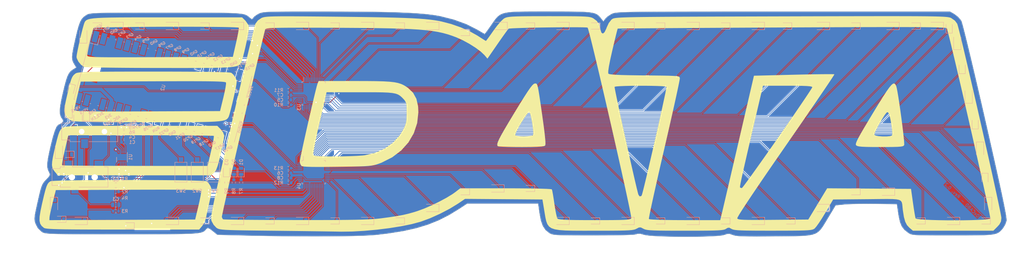
<source format=kicad_pcb>
(kicad_pcb (version 20240108) (generator "pcbnew") (generator_version "8.0")
  (title_block (title "DATA Loading") (date "2024-02-17") (rev "0.2"))
  (layers (0 "F.Cu" signal) (31 "B.Cu" signal) (34 "B.Paste" user) (35 "F.Paste" user) (36 "B.SilkS" user "B.Silkscreen") (37 "F.SilkS" user "F.Silkscreen") (38 "B.Mask" user) (39 "F.Mask" user) (44 "Edge.Cuts" user))
  (net 0 "")
  (net 1 "+3V3")
  (net 2 "GND")
  (net 3 "/LEFT")
  (net 4 "/LEFT_{RAW}")
  (net 5 "/RIGHT")
  (net 6 "/RIGHT_{RAW}")
  (net 7 "Net-(D1-K)")
  (net 8 "/LED_{1}")
  (net 9 "Net-(D2-K)")
  (net 10 "/LED_{2}")
  (net 11 "Net-(D3-K)")
  (net 12 "/LED_{3}")
  (net 13 "/White LED/D0.00")
  (net 14 "/White LED/D0.02")
  (net 15 "/White LED/D0.04")
  (net 16 "/White LED/D0.06")
  (net 17 "/White LED/D0.08")
  (net 18 "/White LED/D0.10")
  (net 19 "/White LED/D0.12")
  (net 20 "/White LED/D0.14")
  (net 21 "/White LED/D0.16")
  (net 22 "/White LED/D0.18")
  (net 23 "/White LED/D0.20")
  (net 24 "/White LED/D0.22")
  (net 25 "/White LED/D0.24")
  (net 26 "/White LED/D0.26")
  (net 27 "/White LED/D0.28")
  (net 28 "/White LED/D0.30")
  (net 29 "/White LED/D0.32")
  (net 30 "/White LED/D0.34")
  (net 31 "/White LED/D1.00")
  (net 32 "/White LED/D1.02")
  (net 33 "/White LED/D1.04")
  (net 34 "/White LED/D1.06")
  (net 35 "/White LED/D1.08")
  (net 36 "/White LED/D1.10")
  (net 37 "/White LED/D1.12")
  (net 38 "/White LED/D1.14")
  (net 39 "/White LED/D1.16")
  (net 40 "/White LED/D1.18")
  (net 41 "/White LED/D1.20")
  (net 42 "/White LED/D1.22")
  (net 43 "/White LED/D1.24")
  (net 44 "/White LED/D1.26")
  (net 45 "/White LED/D1.28")
  (net 46 "/White LED/D1.30")
  (net 47 "/White LED/D1.32")
  (net 48 "/White LED/D1.34")
  (net 49 "/White LED/D0.01")
  (net 50 "/White LED/D0.03")
  (net 51 "/White LED/D0.05")
  (net 52 "/White LED/D0.07")
  (net 53 "/White LED/D0.09")
  (net 54 "/White LED/D0.11")
  (net 55 "/White LED/D0.13")
  (net 56 "/White LED/D0.15")
  (net 57 "/White LED/D0.17")
  (net 58 "/White LED/D0.19")
  (net 59 "/White LED/D0.21")
  (net 60 "/White LED/D0.23")
  (net 61 "/White LED/D0.25")
  (net 62 "/White LED/D0.27")
  (net 63 "/White LED/D0.29")
  (net 64 "/White LED/D0.31")
  (net 65 "/White LED/D0.33")
  (net 66 "/White LED/D0.35")
  (net 67 "/White LED/D1.01")
  (net 68 "/White LED/D1.03")
  (net 69 "/White LED/D1.05")
  (net 70 "/White LED/D1.07")
  (net 71 "/White LED/D1.09")
  (net 72 "/White LED/D1.11")
  (net 73 "/White LED/D1.13")
  (net 74 "/White LED/D1.15")
  (net 75 "/White LED/D1.17")
  (net 76 "/White LED/D1.19")
  (net 77 "/White LED/D1.21")
  (net 78 "/White LED/D1.23")
  (net 79 "/White LED/D1.25")
  (net 80 "/White LED/D1.27")
  (net 81 "/White LED/D1.29")
  (net 82 "/White LED/D1.31")
  (net 83 "/White LED/D1.33")
  (net 84 "/White LED/D1.35")
  (net 85 "/BUT_{1}")
  (net 86 "/BUT_{2}")
  (net 87 "/SDA")
  (net 88 "/SCL")
  (net 89 "/~{SHTDN}_{1}")
  (net 90 "Net-(U3-R_EXT)")
  (net 91 "/~{SHTDN}_{2}")
  (net 92 "Net-(U4-R_EXT)")
  (net 93 "/RUN")
  (net 114 "/PAD_{0}")
  (net 115 "/PAD_{1}")
  (net 116 "/PAD_{2}")
  (net 117 "/PAD_{3}")
  (net 118 "/PAD_{DA}")
  (net 119 "/PAD_{TA}")
  (footprint "logo:fill" (layer "F.Cu") (at 207 122)
    (property "Reference" "J3" (hide yes))
    (property "Value" "BOARD" (hide yes))
  )
  (footprint "logo:outline" (layer "F.Cu") (at 207 122)
    (property "Reference" "G***" (hide yes))
    (property "Value" "LOGO" (hide yes))
    (fp_line (start -148.995133 29.164284) (end -148.987558 29.093989) (stroke (width 0.1)) (layer "Edge.Cuts"))
    (fp_line (start -148.987558 29.093989) (end -148.902017 28.300153) (stroke (width 0.1)) (layer "Edge.Cuts"))
    (fp_line (start -148.969386 29.815517) (end -148.995133 29.164284) (stroke (width 0.1)) (layer "Edge.Cuts"))
    (fp_line (start -148.902017 28.300153) (end -148.678406 27.085926) (stroke (width 0.1)) (layer "Edge.Cuts"))
    (fp_line (start -148.836409 30.391052) (end -148.969386 29.815517) (stroke (width 0.1)) (layer "Edge.Cuts"))
    (fp_line (start -148.678406 27.085926) (end -148.312665 25.384404) (stroke (width 0.1)) (layer "Edge.Cuts"))
    (fp_line (start -148.607834 31.028087) (end -148.836409 30.391052) (stroke (width 0.1)) (layer "Edge.Cuts"))
    (fp_line (start -148.312665 25.384404) (end -148.016809 24.057546) (stroke (width 0.1)) (layer "Edge.Cuts"))
    (fp_line (start -148.016809 24.057546) (end -147.540628 21.969359) (stroke (width 0.1)) (layer "Edge.Cuts"))
    (fp_line (start -147.972327 32.23582) (end -148.607834 31.028087) (stroke (width 0.1)) (layer "Edge.Cuts"))
    (fp_line (start -147.540628 21.969359) (end -147.161397 20.455823) (stroke (width 0.1)) (layer "Edge.Cuts"))
    (fp_line (start -147.161397 20.455823) (end -146.827491 19.381245) (stroke (width 0.1)) (layer "Edge.Cuts"))
    (fp_line (start -146.827491 19.381245) (end -146.487287 18.609935) (stroke (width 0.1)) (layer "Edge.Cuts"))
    (fp_line (start -146.79911 33.368398) (end -147.972327 32.23582) (stroke (width 0.1)) (layer "Edge.Cuts"))
    (fp_line (start -146.637362 33.465063) (end -146.79911 33.368398) (stroke (width 0.1)) (layer "Edge.Cuts"))
    (fp_line (start -146.487287 18.609935) (end -146.08916 18.0062) (stroke (width 0.1)) (layer "Edge.Cuts"))
    (fp_line (start -146.366154 33.599726) (end -146.637362 33.465063) (stroke (width 0.1)) (layer "Edge.Cuts"))
    (fp_line (start -146.08916 18.0062) (end -145.581486 17.434349) (stroke (width 0.1)) (layer "Edge.Cuts"))
    (fp_line (start -146.02693 33.714165) (end -146.366154 33.599726) (stroke (width 0.1)) (layer "Edge.Cuts"))
    (fp_line (start -145.581486 17.434349) (end -145.442895 17.292148) (stroke (width 0.1)) (layer "Edge.Cuts"))
    (fp_line (start -145.564882 33.810025) (end -146.02693 33.714165) (stroke (width 0.1)) (layer "Edge.Cuts"))
    (fp_line (start -145.442895 17.292148) (end -144.662369 16.464174) (stroke (width 0.1)) (layer "Edge.Cuts"))
    (fp_line (start -145.07851 12.389011) (end -144.921369 11.099935) (stroke (width 0.1)) (layer "Edge.Cuts"))
    (fp_line (start -145.072546 13.362128) (end -145.07851 12.389011) (stroke (width 0.1)) (layer "Edge.Cuts"))
    (fp_line (start -144.925203 33.88895) (end -145.564882 33.810025) (stroke (width 0.1)) (layer "Edge.Cuts"))
    (fp_line (start -144.921369 11.099935) (end -144.592202 9.369802) (stroke (width 0.1)) (layer "Edge.Cuts"))
    (fp_line (start -144.912396 14.144385) (end -145.072546 13.362128) (stroke (width 0.1)) (layer "Edge.Cuts"))
    (fp_line (start -144.662369 16.464174) (end -144.322685 15.918066) (stroke (width 0.1)) (layer "Edge.Cuts"))
    (fp_line (start -144.60698 14.860882) (end -144.912396 14.144385) (stroke (width 0.1)) (layer "Edge.Cuts"))
    (fp_line (start -144.592202 9.369802) (end -144.082089 7.073512) (stroke (width 0.1)) (layer "Edge.Cuts"))
    (fp_line (start -144.346178 15.427939) (end -144.60698 14.860882) (stroke (width 0.1)) (layer "Edge.Cuts"))
    (fp_line (start -144.322685 15.918066) (end -144.346178 15.427939) (stroke (width 0.1)) (layer "Edge.Cuts"))
    (fp_line (start -144.082089 7.073512) (end -144.038141 6.883) (stroke (width 0.1)) (layer "Edge.Cuts"))
    (fp_line (start -144.053083 33.952586) (end -144.925203 33.88895) (stroke (width 0.1)) (layer "Edge.Cuts"))
    (fp_line (start -144.038141 6.883) (end -143.360885 4.186534) (stroke (width 0.1)) (layer "Edge.Cuts"))
    (fp_line (start -143.360885 4.186534) (end -142.739915 2.200735) (stroke (width 0.1)) (layer "Edge.Cuts"))
    (fp_line (start -142.893715 34.002575) (end -144.053083 33.952586) (stroke (width 0.1)) (layer "Edge.Cuts"))
    (fp_line (start -142.739915 2.200735) (end -142.176693 0.929461) (stroke (width 0.1)) (layer "Edge.Cuts"))
    (fp_line (start -142.176693 0.929461) (end -141.67268 0.376569) (stroke (width 0.1)) (layer "Edge.Cuts"))
    (fp_line (start -141.67268 0.376569) (end -141.563268 0.351317) (stroke (width 0.1)) (layer "Edge.Cuts"))
    (fp_line (start -141.563268 0.351317) (end -141.124577 0.146287) (stroke (width 0.1)) (layer "Edge.Cuts"))
    (fp_line (start -141.39229 34.040564) (end -142.893715 34.002575) (stroke (width 0.1)) (layer "Edge.Cuts"))
    (fp_line (start -141.232942 -4.006154) (end -141.078526 -5.517994) (stroke (width 0.1)) (layer "Edge.Cuts"))
    (fp_line (start -141.169019 -2.867835) (end -141.232942 -4.006154) (stroke (width 0.1)) (layer "Edge.Cuts"))
    (fp_line (start -141.124577 0.146287) (end -140.644015 -0.181627) (stroke (width 0.1)) (layer "Edge.Cuts"))
    (fp_line (start -141.078526 -5.517994) (end -140.705529 -7.525424) (stroke (width 0.1)) (layer "Edge.Cuts"))
    (fp_line (start -140.886997 -1.98097) (end -141.169019 -2.867835) (stroke (width 0.1)) (layer "Edge.Cuts"))
    (fp_line (start -140.705529 -7.525424) (end -140.371709 -9.040455) (stroke (width 0.1)) (layer "Edge.Cuts"))
    (fp_line (start -140.644015 -0.181627) (end -140.187797 -0.680015) (stroke (width 0.1)) (layer "Edge.Cuts"))
    (fp_line (start -140.387116 -1.223491) (end -140.886997 -1.98097) (stroke (width 0.1)) (layer "Edge.Cuts"))
    (fp_line (start -140.371709 -9.040455) (end -139.804302 -11.435428) (stroke (width 0.1)) (layer "Edge.Cuts"))
    (fp_line (start -140.339974 -1.164678) (end -140.387116 -1.223491) (stroke (width 0.1)) (layer "Edge.Cuts"))
    (fp_line (start -140.187797 -0.680015) (end -140.339974 -1.164678) (stroke (width 0.1)) (layer "Edge.Cuts"))
    (fp_line (start -139.804302 -11.435428) (end -139.320371 -13.226577) (stroke (width 0.1)) (layer "Edge.Cuts"))
    (fp_line (start -139.494001 34.068196) (end -141.39229 34.040564) (stroke (width 0.1)) (layer "Edge.Cuts"))
    (fp_line (start -139.320371 -13.226577) (end -138.873806 -14.524131) (stroke (width 0.1)) (layer "Edge.Cuts"))
    (fp_line (start -138.873806 -14.524131) (end -138.4185 -15.438318) (stroke (width 0.1)) (layer "Edge.Cuts"))
    (fp_line (start -138.4185 -15.438318) (end -137.908345 -16.079366) (stroke (width 0.1)) (layer "Edge.Cuts"))
    (fp_line (start -137.908345 -16.079366) (end -137.297232 -16.557502) (stroke (width 0.1)) (layer "Edge.Cuts"))
    (fp_line (start -137.461994 -20.48551) (end -137.359616 -21.588155) (stroke (width 0.1)) (layer "Edge.Cuts"))
    (fp_line (start -137.40738 -19.657145) (end -137.461994 -20.48551) (stroke (width 0.1)) (layer "Edge.Cuts"))
    (fp_line (start -137.359616 -21.588155) (end -137.093189 -23.089825) (stroke (width 0.1)) (layer "Edge.Cuts"))
    (fp_line (start -137.297232 -16.557502) (end -137.202555 -16.616761) (stroke (width 0.1)) (layer "Edge.Cuts"))
    (fp_line (start -137.20283 -18.978318) (end -137.40738 -19.657145) (stroke (width 0.1)) (layer "Edge.Cuts"))
    (fp_line (start -137.202555 -16.616761) (end -136.19177 -17.235714) (stroke (width 0.1)) (layer "Edge.Cuts"))
    (fp_line (start -137.144039 34.087117) (end -139.494001 34.068196) (stroke (width 0.1)) (layer "Edge.Cuts"))
    (fp_line (start -137.093189 -23.089825) (end -136.655655 -25.115261) (stroke (width 0.1)) (layer "Edge.Cuts"))
    (fp_line (start -136.855403 -18.324286) (end -137.20283 -18.978318) (stroke (width 0.1)) (layer "Edge.Cuts"))
    (fp_line (start -136.655655 -25.115261) (end -136.410387 -26.190308) (stroke (width 0.1)) (layer "Edge.Cuts"))
    (fp_line (start -136.410387 -26.190308) (end -135.867943 -28.455244) (stroke (width 0.1)) (layer "Edge.Cuts"))
    (fp_line (start -136.19177 -17.235714) (end -136.855403 -18.324286) (stroke (width 0.1)) (layer "Edge.Cuts"))
    (fp_line (start -135.867943 -28.455244) (end -135.400112 -30.128604) (stroke (width 0.1)) (layer "Edge.Cuts"))
    (fp_line (start -135.400112 -30.128604) (end -134.950092 -31.332529) (stroke (width 0.1)) (layer "Edge.Cuts"))
    (fp_line (start -134.950092 -31.332529) (end -134.461084 -32.189161) (stroke (width 0.1)) (layer "Edge.Cuts"))
    (fp_line (start -134.461084 -32.189161) (end -133.876286 -32.820641) (stroke (width 0.1)) (layer "Edge.Cuts"))
    (fp_line (start -134.287595 34.09897) (end -137.144039 34.087117) (stroke (width 0.1)) (layer "Edge.Cuts"))
    (fp_line (start -133.876286 -32.820641) (end -133.138899 -33.34911) (stroke (width 0.1)) (layer "Edge.Cuts"))
    (fp_line (start -133.138899 -33.34911) (end -133.058142 -33.398824) (stroke (width 0.1)) (layer "Edge.Cuts"))
    (fp_line (start -133.058142 -33.398824) (end -132.802002 -33.541032) (stroke (width 0.1)) (layer "Edge.Cuts"))
    (fp_line (start -132.802002 -33.541032) (end -132.498714 -33.6628) (stroke (width 0.1)) (layer "Edge.Cuts"))
    (fp_line (start -132.498714 -33.6628) (end -132.093398 -33.765715) (stroke (width 0.1)) (layer "Edge.Cuts"))
    (fp_line (start -132.093398 -33.765715) (end -131.531177 -33.851363) (stroke (width 0.1)) (layer "Edge.Cuts"))
    (fp_line (start -131.531177 -33.851363) (end -130.757171 -33.921331) (stroke (width 0.1)) (layer "Edge.Cuts"))
    (fp_line (start -130.869862 34.1054) (end -134.287595 34.09897) (stroke (width 0.1)) (layer "Edge.Cuts"))
    (fp_line (start -130.757171 -33.921331) (end -129.716504 -33.977206) (stroke (width 0.1)) (layer "Edge.Cuts"))
    (fp_line (start -129.716504 -33.977206) (end -128.354295 -34.020576) (stroke (width 0.1)) (layer "Edge.Cuts"))
    (fp_line (start -128.354295 -34.020576) (end -126.615667 -34.053027) (stroke (width 0.1)) (layer "Edge.Cuts"))
    (fp_line (start -126.836031 34.108053) (end -130.869862 34.1054) (stroke (width 0.1)) (layer "Edge.Cuts"))
    (fp_line (start -126.615667 -34.053027) (end -124.445742 -34.076145) (stroke (width 0.1)) (layer "Edge.Cuts"))
    (fp_line (start -124.445742 -34.076145) (end -121.789641 -34.091519) (stroke (width 0.1)) (layer "Edge.Cuts"))
    (fp_line (start -122.131294 34.108571) (end -126.836031 34.108053) (stroke (width 0.1)) (layer "Edge.Cuts"))
    (fp_line (start -121.789641 -34.091519) (end -118.592485 -34.100735) (stroke (width 0.1)) (layer "Edge.Cuts"))
    (fp_line (start -120.475556 34.108562) (end -122.131294 34.108571) (stroke (width 0.1)) (layer "Edge.Cuts"))
    (fp_line (start -118.592485 -34.100735) (end -114.799397 -34.10538) (stroke (width 0.1)) (layer "Edge.Cuts"))
    (fp_line (start -115.879081 34.107455) (end -120.475556 34.108562) (stroke (width 0.1)) (layer "Edge.Cuts"))
    (fp_line (start -114.799397 -34.10538) (end -110.355498 -34.107041) (stroke (width 0.1)) (layer "Edge.Cuts"))
    (fp_line (start -111.937193 34.102161) (end -115.879081 34.107455) (stroke (width 0.1)) (layer "Edge.Cuts"))
    (fp_line (start -110.355498 -34.107041) (end -108.561145 -34.107215) (stroke (width 0.1)) (layer "Edge.Cuts"))
    (fp_line (start -108.596303 34.08938) (end -111.937193 34.102161) (stroke (width 0.1)) (layer "Edge.Cuts"))
    (fp_line (start -108.561145 -34.107215) (end -103.801851 -34.107086) (stroke (width 0.1)) (layer "Edge.Cuts"))
    (fp_line (start -105.802824 34.065811) (end -108.596303 34.08938) (stroke (width 0.1)) (layer "Edge.Cuts"))
    (fp_line (start -103.801851 -34.107086) (end -99.713239 -34.10394) (stroke (width 0.1)) (layer "Edge.Cuts"))
    (fp_line (start -103.503167 34.028155) (end -105.802824 34.065811) (stroke (width 0.1)) (layer "Edge.Cuts"))
    (fp_line (start -101.643744 33.973111) (end -103.503167 34.028155) (stroke (width 0.1)) (layer "Edge.Cuts"))
    (fp_line (start -100.170968 33.89738) (end -101.643744 33.973111) (stroke (width 0.1)) (layer "Edge.Cuts"))
    (fp_line (start -99.713239 -34.10394) (end -96.240279 -34.094533) (stroke (width 0.1)) (layer "Edge.Cuts"))
    (fp_line (start -99.031251 33.797661) (end -100.170968 33.89738) (stroke (width 0.1)) (layer "Edge.Cuts"))
    (fp_line (start -98.171005 33.670655) (end -99.031251 33.797661) (stroke (width 0.1)) (layer "Edge.Cuts"))
    (fp_line (start -97.536642 33.51306) (end -98.171005 33.670655) (stroke (width 0.1)) (layer "Edge.Cuts"))
    (fp_line (start -97.074574 33.321578) (end -97.536642 33.51306) (stroke (width 0.1)) (layer "Edge.Cuts"))
    (fp_line (start -96.731213 33.092907) (end -97.074574 33.321578) (stroke (width 0.1)) (layer "Edge.Cuts"))
    (fp_line (start -96.452972 32.823748) (end -96.731213 33.092907) (stroke (width 0.1)) (layer "Edge.Cuts"))
    (fp_line (start -96.240279 -34.094533) (end -93.32794 -34.075619) (stroke (width 0.1)) (layer "Edge.Cuts"))
    (fp_line (start -96.186263 32.510801) (end -96.452972 32.823748) (stroke (width 0.1)) (layer "Edge.Cuts"))
    (fp_line (start -96.040383 32.354792) (end -96.186263 32.510801) (stroke (width 0.1)) (layer "Edge.Cuts"))
    (fp_line (start -95.682066 32.219519) (end -96.040383 32.354792) (stroke (width 0.1)) (layer "Edge.Cuts"))
    (fp_line (start -95.153518 32.455719) (end -95.682066 32.219519) (stroke (width 0.1)) (layer "Edge.Cuts"))
    (fp_line (start -94.271484 33.121876) (end -95.153518 32.455719) (stroke (width 0.1)) (layer "Edge.Cuts"))
    (fp_line (start -93.32794 -34.075619) (end -90.92119 -34.043953) (stroke (width 0.1)) (layer "Edge.Cuts"))
    (fp_line (start -92.819015 34.29) (end -94.271484 33.121876) (stroke (width 0.1)) (layer "Edge.Cuts"))
    (fp_line (start -90.92119 -34.043953) (end -88.964997 -33.996289) (stroke (width 0.1)) (layer "Edge.Cuts"))
    (fp_line (start -88.964997 -33.996289) (end -87.404332 -33.929384) (stroke (width 0.1)) (layer "Edge.Cuts"))
    (fp_line (start -87.404332 -33.929384) (end -86.184162 -33.83999) (stroke (width 0.1)) (layer "Edge.Cuts"))
    (fp_line (start -86.184162 -33.83999) (end -85.249456 -33.724864) (stroke (width 0.1)) (layer "Edge.Cuts"))
    (fp_line (start -85.249456 -33.724864) (end -84.545183 -33.58076) (stroke (width 0.1)) (layer "Edge.Cuts"))
    (fp_line (start -84.78165 34.488035) (end -92.819015 34.29) (stroke (width 0.1)) (layer "Edge.Cuts"))
    (fp_line (start -84.545183 -33.58076) (end -84.016312 -33.404432) (stroke (width 0.1)) (layer "Edge.Cuts"))
    (fp_line (start -84.016312 -33.404432) (end -83.607811 -33.192636) (stroke (width 0.1)) (layer "Edge.Cuts"))
    (fp_line (start -83.607811 -33.192636) (end -83.264649 -32.942127) (stroke (width 0.1)) (layer "Edge.Cuts"))
    (fp_line (start -83.264649 -32.942127) (end -82.931795 -32.649658) (stroke (width 0.1)) (layer "Edge.Cuts"))
    (fp_line (start -82.931795 -32.649658) (end -82.868518 -32.592115) (stroke (width 0.1)) (layer "Edge.Cuts"))
    (fp_line (start -82.868518 -32.592115) (end -82.294827 -32.148008) (stroke (width 0.1)) (layer "Edge.Cuts"))
    (fp_line (start -82.628372 34.538498) (end -84.78165 34.488035) (stroke (width 0.1)) (layer "Edge.Cuts"))
    (fp_line (start -82.294827 -32.148008) (end -81.999497 -32.214331) (stroke (width 0.1)) (layer "Edge.Cuts"))
    (fp_line (start -81.999497 -32.214331) (end -81.88834 -32.439637) (stroke (width 0.1)) (layer "Edge.Cuts"))
    (fp_line (start -81.88834 -32.439637) (end -81.453926 -32.930627) (stroke (width 0.1)) (layer "Edge.Cuts"))
    (fp_line (start -81.453926 -32.930627) (end -80.61068 -33.516505) (stroke (width 0.1)) (layer "Edge.Cuts"))
    (fp_line (start -80.61068 -33.516505) (end -80.223563 -33.72932) (stroke (width 0.1)) (layer "Edge.Cuts"))
    (fp_line (start -80.223563 -33.72932) (end -79.8756 -33.895735) (stroke (width 0.1)) (layer "Edge.Cuts"))
    (fp_line (start -79.8756 -33.895735) (end -79.497663 -34.035163) (stroke (width 0.1)) (layer "Edge.Cuts"))
    (fp_line (start -79.497663 -34.035163) (end -79.026173 -34.149935) (stroke (width 0.1)) (layer "Edge.Cuts"))
    (fp_line (start -79.026173 -34.149935) (end -78.397554 -34.242381) (stroke (width 0.1)) (layer "Edge.Cuts"))
    (fp_line (start -78.397554 -34.242381) (end -77.548225 -34.31483) (stroke (width 0.1)) (layer "Edge.Cuts"))
    (fp_line (start -77.548225 -34.31483) (end -76.414608 -34.369612) (stroke (width 0.1)) (layer "Edge.Cuts"))
    (fp_line (start -77.546628 34.637639) (end -82.628372 34.538498) (stroke (width 0.1)) (layer "Edge.Cuts"))
    (fp_line (start -76.414608 -34.369612) (end -74.933125 -34.409058) (stroke (width 0.1)) (layer "Edge.Cuts"))
    (fp_line (start -74.933125 -34.409058) (end -73.040198 -34.435496) (stroke (width 0.1)) (layer "Edge.Cuts"))
    (fp_line (start -73.040198 -34.435496) (end -70.672247 -34.451257) (stroke (width 0.1)) (layer "Edge.Cuts"))
    (fp_line (start -72.541445 34.708569) (end -77.546628 34.637639) (stroke (width 0.1)) (layer "Edge.Cuts"))
    (fp_line (start -70.672247 -34.451257) (end -67.765695 -34.45867) (stroke (width 0.1)) (layer "Edge.Cuts"))
    (fp_line (start -67.765695 -34.45867) (end -64.256962 -34.460066) (stroke (width 0.1)) (layer "Edge.Cuts"))
    (fp_line (start -67.684903 34.751619) (end -72.541445 34.708569) (stroke (width 0.1)) (layer "Edge.Cuts"))
    (fp_line (start -64.256962 -34.460066) (end -60.339456 -34.457963) (stroke (width 0.1)) (layer "Edge.Cuts"))
    (fp_line (start -63.04908 34.767121) (end -67.684903 34.751619) (stroke (width 0.1)) (layer "Edge.Cuts"))
    (fp_line (start -60.339456 -34.457963) (end -54.386628 -34.443917) (stroke (width 0.1)) (layer "Edge.Cuts"))
    (fp_line (start -58.706058 34.755406) (end -63.04908 34.767121) (stroke (width 0.1)) (layer "Edge.Cuts"))
    (fp_line (start -54.727914 34.716806) (end -58.706058 34.755406) (stroke (width 0.1)) (layer "Edge.Cuts"))
    (fp_line (start -54.386628 -34.443917) (end -49.1084 -34.409648) (stroke (width 0.1)) (layer "Edge.Cuts"))
    (fp_line (start -51.186729 34.65165) (end -54.727914 34.716806) (stroke (width 0.1)) (layer "Edge.Cuts"))
    (fp_line (start -49.1084 -34.409648) (end -44.453889 -34.35313) (stroke (width 0.1)) (layer "Edge.Cuts"))
    (fp_line (start -48.15458 34.560271) (end -51.186729 34.65165) (stroke (width 0.1)) (layer "Edge.Cuts"))
    (fp_line (start -45.703549 34.443001) (end -48.15458 34.560271) (stroke (width 0.1)) (layer "Edge.Cuts"))
    (fp_line (start -44.453889 -34.35313) (end -40.372207 -34.272341) (stroke (width 0.1)) (layer "Edge.Cuts"))
    (fp_line (start -43.905714 34.300169) (end -45.703549 34.443001) (stroke (width 0.1)) (layer "Edge.Cuts"))
    (fp_line (start -40.372207 -34.272341) (end -36.812471 -34.165256) (stroke (width 0.1)) (layer "Edge.Cuts"))
    (fp_line (start -40.147814 33.845298) (end -43.905714 34.300169) (stroke (width 0.1)) (layer "Edge.Cuts"))
    (fp_line (start -36.812471 -34.165256) (end -33.723794 -34.029851) (stroke (width 0.1)) (layer "Edge.Cuts"))
    (fp_line (start -35.669059 33.123586) (end -40.147814 33.845298) (stroke (width 0.1)) (layer "Edge.Cuts"))
    (fp_line (start -33.723794 -34.029851) (end -31.055292 -33.864102) (stroke (width 0.1)) (layer "Edge.Cuts"))
    (fp_line (start -31.697338 32.236238) (end -35.669059 33.123586) (stroke (width 0.1)) (layer "Edge.Cuts"))
    (fp_line (start -31.055292 -33.864102) (end -28.756078 -33.665984) (stroke (width 0.1)) (layer "Edge.Cuts"))
    (fp_line (start -28.756078 -33.665984) (end -26.775269 -33.433475) (stroke (width 0.1)) (layer "Edge.Cuts"))
    (fp_line (start -28.111458 31.144987) (end -31.697338 32.236238) (stroke (width 0.1)) (layer "Edge.Cuts"))
    (fp_line (start -26.775269 -33.433475) (end -25.061979 -33.164549) (stroke (width 0.1)) (layer "Edge.Cuts"))
    (fp_line (start -25.061979 -33.164549) (end -24.339538 -33.02599) (stroke (width 0.1)) (layer "Edge.Cuts"))
    (fp_line (start -24.790224 29.811571) (end -28.111458 31.144987) (stroke (width 0.1)) (layer "Edge.Cuts"))
    (fp_line (start -24.339538 -33.02599) (end -20.122312 -31.955446) (stroke (width 0.1)) (layer "Edge.Cuts"))
    (fp_line (start -21.612441 28.197722) (end -24.790224 29.811571) (stroke (width 0.1)) (layer "Edge.Cuts"))
    (fp_line (start -20.122312 -31.955446) (end -16.281654 -30.556915) (stroke (width 0.1)) (layer "Edge.Cuts"))
    (fp_line (start -18.456916 26.265178) (end -21.612441 28.197722) (stroke (width 0.1)) (layer "Edge.Cuts"))
    (fp_line (start -16.281654 -30.556915) (end -12.974579 -28.887782) (stroke (width 0.1)) (layer "Edge.Cuts"))
    (fp_line (start -16.049547 24.674286) (end -18.456916 26.265178) (stroke (width 0.1)) (layer "Edge.Cuts"))
    (fp_line (start -12.974579 -28.887782) (end -12.908574 -28.84819) (stroke (width 0.1)) (layer "Edge.Cuts"))
    (fp_line (start -12.908574 -28.84819) (end -11.834054 -28.210614) (stroke (width 0.1)) (layer "Edge.Cuts"))
    (fp_line (start -11.834054 -28.210614) (end -11.035281 -27.754454) (stroke (width 0.1)) (layer "Edge.Cuts"))
    (fp_line (start -11.035281 -27.754454) (end -10.683 -27.577181) (stroke (width 0.1)) (layer "Edge.Cuts"))
    (fp_line (start -10.683 -27.577181) (end -10.68204 -27.577143) (stroke (width 0.1)) (layer "Edge.Cuts"))
    (fp_line (start -10.68204 -27.577143) (end -10.439504 -27.854826) (stroke (width 0.1)) (layer "Edge.Cuts"))
    (fp_line (start -10.439504 -27.854826) (end -9.885369 -28.599464) (stroke (width 0.1)) (layer "Edge.Cuts"))
    (fp_line (start -9.885369 -28.599464) (end -9.116908 -29.678437) (stroke (width 0.1)) (layer "Edge.Cuts"))
    (fp_line (start -9.116908 -29.678437) (end -8.668152 -30.322896) (stroke (width 0.1)) (layer "Edge.Cuts"))
    (fp_line (start -8.668152 -30.322896) (end -7.961046 -31.350278) (stroke (width 0.1)) (layer "Edge.Cuts"))
    (fp_line (start -7.961046 -31.350278) (end -7.344826 -32.192578) (stroke (width 0.1)) (layer "Edge.Cuts"))
    (fp_line (start -7.344826 -32.192578) (end -6.741846 -32.868144) (stroke (width 0.1)) (layer "Edge.Cuts"))
    (fp_line (start -6.741846 -32.868144) (end -6.074464 -33.395325) (stroke (width 0.1)) (layer "Edge.Cuts"))
    (fp_line (start -6.074464 -33.395325) (end -5.265034 -33.792469) (stroke (width 0.1)) (layer "Edge.Cuts"))
    (fp_line (start -5.265034 -33.792469) (end -4.235911 -34.077925) (stroke (width 0.1)) (layer "Edge.Cuts"))
    (fp_line (start -5.159395 24.674286) (end -16.049547 24.674286) (stroke (width 0.1)) (layer "Edge.Cuts"))
    (fp_line (start -4.235911 -34.077925) (end -2.909453 -34.27004) (stroke (width 0.1)) (layer "Edge.Cuts"))
    (fp_line (start -2.909453 -34.27004) (end -1.208014 -34.387162) (stroke (width 0.1)) (layer "Edge.Cuts"))
    (fp_line (start -1.208014 -34.387162) (end 0.94605 -34.447641) (stroke (width 0.1)) (layer "Edge.Cuts"))
    (fp_line (start 0.94605 -34.447641) (end 3.630382 -34.469823) (stroke (width 0.1)) (layer "Edge.Cuts"))
    (fp_line (start 3.630382 -34.469823) (end 6.922629 -34.472059) (stroke (width 0.1)) (layer "Edge.Cuts"))
    (fp_line (start 5.730757 24.674286) (end -5.159395 24.674286) (stroke (width 0.1)) (layer "Edge.Cuts"))
    (fp_line (start 6.162207 27.713735) (end 5.730757 24.674286) (stroke (width 0.1)) (layer "Edge.Cuts"))
    (fp_line (start 6.564619 29.845509) (end 6.162207 27.713735) (stroke (width 0.1)) (layer "Edge.Cuts"))
    (fp_line (start 6.922629 -34.472059) (end 8.887199 -34.471429) (stroke (width 0.1)) (layer "Edge.Cuts"))
    (fp_line (start 7.166888 31.563349) (end 6.564619 29.845509) (stroke (width 0.1)) (layer "Edge.Cuts"))
    (fp_line (start 8.009724 32.819974) (end 7.166888 31.563349) (stroke (width 0.1)) (layer "Edge.Cuts"))
    (fp_line (start 8.887199 -34.471429) (end 12.521848 -34.468076) (stroke (width 0.1)) (layer "Edge.Cuts"))
    (fp_line (start 9.158826 33.747674) (end 8.009724 32.819974) (stroke (width 0.1)) (layer "Edge.Cuts"))
    (fp_line (start 9.353872 33.861126) (end 9.158826 33.747674) (stroke (width 0.1)) (layer "Edge.Cuts"))
    (fp_line (start 9.725458 34.032982) (end 9.353872 33.861126) (stroke (width 0.1)) (layer "Edge.Cuts"))
    (fp_line (start 10.194104 34.169075) (end 9.725458 34.032982) (stroke (width 0.1)) (layer "Edge.Cuts"))
    (fp_line (start 10.838392 34.273567) (end 10.194104 34.169075) (stroke (width 0.1)) (layer "Edge.Cuts"))
    (fp_line (start 11.736903 34.350623) (end 10.838392 34.273567) (stroke (width 0.1)) (layer "Edge.Cuts"))
    (fp_line (start 12.521848 -34.468076) (end 15.504568 -34.45186) (stroke (width 0.1)) (layer "Edge.Cuts"))
    (fp_line (start 12.968217 34.404405) (end 11.736903 34.350623) (stroke (width 0.1)) (layer "Edge.Cuts"))
    (fp_line (start 14.610917 34.439078) (end 12.968217 34.404405) (stroke (width 0.1)) (layer "Edge.Cuts"))
    (fp_line (start 15.504568 -34.45186) (end 17.909133 -34.413546) (stroke (width 0.1)) (layer "Edge.Cuts"))
    (fp_line (start 16.743583 34.458804) (end 14.610917 34.439078) (stroke (width 0.1)) (layer "Edge.Cuts"))
    (fp_line (start 17.909133 -34.413546) (end 19.809319 -34.343897) (stroke (width 0.1)) (layer "Edge.Cuts"))
    (fp_line (start 19.444797 34.467748) (end 16.743583 34.458804) (stroke (width 0.1)) (layer "Edge.Cuts"))
    (fp_line (start 19.809319 -34.343897) (end 21.278901 -34.233677) (stroke (width 0.1)) (layer "Edge.Cuts"))
    (fp_line (start 21.278901 -34.233677) (end 22.391654 -34.073651) (stroke (width 0.1)) (layer "Edge.Cuts"))
    (fp_line (start 22.391654 -34.073651) (end 23.221354 -33.854582) (stroke (width 0.1)) (layer "Edge.Cuts"))
    (fp_line (start 22.79314 34.470072) (end 19.444797 34.467748) (stroke (width 0.1)) (layer "Edge.Cuts"))
    (fp_line (start 23.221354 -33.854582) (end 23.841775 -33.567235) (stroke (width 0.1)) (layer "Edge.Cuts"))
    (fp_line (start 23.841775 -33.567235) (end 24.326694 -33.202373) (stroke (width 0.1)) (layer "Edge.Cuts"))
    (fp_line (start 24.326694 -33.202373) (end 24.749886 -32.750762) (stroke (width 0.1)) (layer "Edge.Cuts"))
    (fp_line (start 24.749886 -32.750762) (end 24.988002 -32.455771) (stroke (width 0.1)) (layer "Edge.Cuts"))
    (fp_line (start 24.988002 -32.455771) (end 25.786424 -31.440742) (stroke (width 0.1)) (layer "Edge.Cuts"))
    (fp_line (start 25.786424 -31.440742) (end 26.367005 -32.269637) (stroke (width 0.1)) (layer "Edge.Cuts"))
    (fp_line (start 26.367005 -32.269637) (end 27.062529 -32.939633) (stroke (width 0.1)) (layer "Edge.Cuts"))
    (fp_line (start 26.473905 34.459261) (end 22.79314 34.470072) (stroke (width 0.1)) (layer "Edge.Cuts"))
    (fp_line (start 27.062529 -32.939633) (end 28.093343 -33.604539) (stroke (width 0.1)) (layer "Edge.Cuts"))
    (fp_line (start 28.093343 -33.604539) (end 28.44165 -33.777012) (stroke (width 0.1)) (layer "Edge.Cuts"))
    (fp_line (start 28.44165 -33.777012) (end 28.670435 -33.871378) (stroke (width 0.1)) (layer "Edge.Cuts"))
    (fp_line (start 28.670435 -33.871378) (end 28.944508 -33.956579) (stroke (width 0.1)) (layer "Edge.Cuts"))
    (fp_line (start 28.944508 -33.956579) (end 29.30016 -34.033084) (stroke (width 0.1)) (layer "Edge.Cuts"))
    (fp_line (start 29.30016 -34.033084) (end 29.773679 -34.101361) (stroke (width 0.1)) (layer "Edge.Cuts"))
    (fp_line (start 29.614532 34.426457) (end 26.473905 34.459261) (stroke (width 0.1)) (layer "Edge.Cuts"))
    (fp_line (start 29.773679 -34.101361) (end 30.401357 -34.16188) (stroke (width 0.1)) (layer "Edge.Cuts"))
    (fp_line (start 30.401357 -34.16188) (end 31.219484 -34.21511) (stroke (width 0.1)) (layer "Edge.Cuts"))
    (fp_line (start 31.219484 -34.21511) (end 32.264349 -34.261518) (stroke (width 0.1)) (layer "Edge.Cuts"))
    (fp_line (start 32.166533 34.372634) (end 29.614532 34.426457) (stroke (width 0.1)) (layer "Edge.Cuts"))
    (fp_line (start 32.264349 -34.261518) (end 33.572244 -34.301576) (stroke (width 0.1)) (layer "Edge.Cuts"))
    (fp_line (start 33.572244 -34.301576) (end 35.179458 -34.335751) (stroke (width 0.1)) (layer "Edge.Cuts"))
    (fp_line (start 34.095687 34.298768) (end 32.166533 34.372634) (stroke (width 0.1)) (layer "Edge.Cuts"))
    (fp_line (start 35.179458 -34.335751) (end 37.122281 -34.364512) (stroke (width 0.1)) (layer "Edge.Cuts"))
    (fp_line (start 35.367772 34.205835) (end 34.095687 34.298768) (stroke (width 0.1)) (layer "Edge.Cuts"))
    (fp_line (start 35.948567 34.094812) (end 35.367772 34.205835) (stroke (width 0.1)) (layer "Edge.Cuts"))
    (fp_line (start 36.18432 33.994816) (end 35.948567 34.094812) (stroke (width 0.1)) (layer "Edge.Cuts"))
    (fp_line (start 37.035767 33.948384) (end 36.18432 33.994816) (stroke (width 0.1)) (layer "Edge.Cuts"))
    (fp_line (start 37.122281 -34.364512) (end 39.437005 -34.388329) (stroke (width 0.1)) (layer "Edge.Cuts"))
    (fp_line (start 38.295964 34.276241) (end 37.035767 33.948384) (stroke (width 0.1)) (layer "Edge.Cuts"))
    (fp_line (start 38.568255 34.348742) (end 38.295964 34.276241) (stroke (width 0.1)) (layer "Edge.Cuts"))
    (fp_line (start 39.437005 -34.388329) (end 42.159918 -34.40767) (stroke (width 0.1)) (layer "Edge.Cuts"))
    (fp_line (start 39.713637 34.514741) (end 38.568255 34.348742) (stroke (width 0.1)) (layer "Edge.Cuts"))
    (fp_line (start 41.405861 34.650453) (end 39.713637 34.514741) (stroke (width 0.1)) (layer "Edge.Cuts"))
    (fp_line (start 42.159918 -34.40767) (end 45.327312 -34.423004) (stroke (width 0.1)) (layer "Edge.Cuts"))
    (fp_line (start 43.529305 34.755726) (end 41.405861 34.650453) (stroke (width 0.1)) (layer "Edge.Cuts"))
    (fp_line (start 45.327312 -34.423004) (end 48.975476 -34.434801) (stroke (width 0.1)) (layer "Edge.Cuts"))
    (fp_line (start 45.968344 34.83041) (end 43.529305 34.755726) (stroke (width 0.1)) (layer "Edge.Cuts"))
    (fp_line (start 48.607357 34.874354) (end 45.968344 34.83041) (stroke (width 0.1)) (layer "Edge.Cuts"))
    (fp_line (start 48.975476 -34.434801) (end 53.1407 -34.443529) (stroke (width 0.1)) (layer "Edge.Cuts"))
    (fp_line (start 51.33072 34.887406) (end 48.607357 34.874354) (stroke (width 0.1)) (layer "Edge.Cuts"))
    (fp_line (start 53.1407 -34.443529) (end 57.859276 -34.449657) (stroke (width 0.1)) (layer "Edge.Cuts"))
    (fp_line (start 54.022811 34.869414) (end 51.33072 34.887406) (stroke (width 0.1)) (layer "Edge.Cuts"))
    (fp_line (start 56.568006 34.820228) (end 54.022811 34.869414) (stroke (width 0.1)) (layer "Edge.Cuts"))
    (fp_line (start 57.859276 -34.449657) (end 63.167492 -34.453655) (stroke (width 0.1)) (layer "Edge.Cuts"))
    (fp_line (start 58.850682 34.739697) (end 56.568006 34.820228) (stroke (width 0.1)) (layer "Edge.Cuts"))
    (fp_line (start 60.755216 34.627668) (end 58.850682 34.739697) (stroke (width 0.1)) (layer "Edge.Cuts"))
    (fp_line (start 62.165986 34.483991) (end 60.755216 34.627668) (stroke (width 0.1)) (layer "Edge.Cuts"))
    (fp_line (start 62.967369 34.308515) (end 62.165986 34.483991) (stroke (width 0.1)) (layer "Edge.Cuts"))
    (fp_line (start 63.167492 -34.453655) (end 69.10164 -34.455991) (stroke (width 0.1)) (layer "Edge.Cuts"))
    (fp_line (start 63.766243 34.024771) (end 62.967369 34.308515) (stroke (width 0.1)) (layer "Edge.Cuts"))
    (fp_line (start 64.551168 33.997321) (end 63.766243 34.024771) (stroke (width 0.1)) (layer "Edge.Cuts"))
    (fp_line (start 65.528791 34.327205) (end 64.551168 33.997321) (stroke (width 0.1)) (layer "Edge.Cuts"))
    (fp_line (start 65.923099 34.460538) (end 65.528791 34.327205) (stroke (width 0.1)) (layer "Edge.Cuts"))
    (fp_line (start 66.550621 34.586694) (end 65.923099 34.460538) (stroke (width 0.1)) (layer "Edge.Cuts"))
    (fp_line (start 67.426809 34.68066) (end 66.550621 34.586694) (stroke (width 0.1)) (layer "Edge.Cuts"))
    (fp_line (start 68.631143 34.74514) (end 67.426809 34.68066) (stroke (width 0.1)) (layer "Edge.Cuts"))
    (fp_line (start 69.10164 -34.455991) (end 75.698009 -34.457134) (stroke (width 0.1)) (layer "Edge.Cuts"))
    (fp_line (start 70.243101 34.782837) (end 68.631143 34.74514) (stroke (width 0.1)) (layer "Edge.Cuts"))
    (fp_line (start 72.342161 34.796454) (end 70.243101 34.782837) (stroke (width 0.1)) (layer "Edge.Cuts"))
    (fp_line (start 75.007803 34.788694) (end 72.342161 34.796454) (stroke (width 0.1)) (layer "Edge.Cuts"))
    (fp_line (start 75.698009 -34.457134) (end 81.098571 -34.45749) (stroke (width 0.1)) (layer "Edge.Cuts"))
    (fp_line (start 78.319505 34.762261) (end 75.007803 34.788694) (stroke (width 0.1)) (layer "Edge.Cuts"))
    (fp_line (start 78.828089 34.757559) (end 78.319505 34.762261) (stroke (width 0.1)) (layer "Edge.Cuts"))
    (fp_line (start 81.098571 -34.45749) (end 132.261429 -34.45949) (stroke (width 0.1)) (layer "Edge.Cuts"))
    (fp_line (start 82.149395 34.729518) (end 78.828089 34.757559) (stroke (width 0.1)) (layer "Edge.Cuts"))
    (fp_line (start 84.841692 34.692096) (end 82.149395 34.729518) (stroke (width 0.1)) (layer "Edge.Cuts"))
    (fp_line (start 86.989709 34.616594) (end 84.841692 34.692096) (stroke (width 0.1)) (layer "Edge.Cuts"))
    (fp_line (start 88.678175 34.47431) (end 86.989709 34.616594) (stroke (width 0.1)) (layer "Edge.Cuts"))
    (fp_line (start 89.991816 34.236544) (end 88.678175 34.47431) (stroke (width 0.1)) (layer "Edge.Cuts"))
    (fp_line (start 91.015362 33.874594) (end 89.991816 34.236544) (stroke (width 0.1)) (layer "Edge.Cuts"))
    (fp_line (start 91.833541 33.35976) (end 91.015362 33.874594) (stroke (width 0.1)) (layer "Edge.Cuts"))
    (fp_line (start 92.531081 32.66334) (end 91.833541 33.35976) (stroke (width 0.1)) (layer "Edge.Cuts"))
    (fp_line (start 93.19271 31.756635) (end 92.531081 32.66334) (stroke (width 0.1)) (layer "Edge.Cuts"))
    (fp_line (start 93.903157 30.610944) (end 93.19271 31.756635) (stroke (width 0.1)) (layer "Edge.Cuts"))
    (fp_line (start 94.74715 29.197564) (end 93.903157 30.610944) (stroke (width 0.1)) (layer "Edge.Cuts"))
    (fp_line (start 97.147157 25.218571) (end 94.74715 29.197564) (stroke (width 0.1)) (layer "Edge.Cuts"))
    (fp_line (start 99.82715 24.94299) (end 97.147157 25.218571) (stroke (width 0.1)) (layer "Edge.Cuts"))
    (fp_line (start 100.743652 24.875248) (end 99.82715 24.94299) (stroke (width 0.1)) (layer "Edge.Cuts"))
    (fp_line (start 102.438369 24.806352) (end 100.743652 24.875248) (stroke (width 0.1)) (layer "Edge.Cuts"))
    (fp_line (start 104.536929 24.7621) (end 102.438369 24.806352) (stroke (width 0.1)) (layer "Edge.Cuts"))
    (fp_line (start 106.857732 24.746001) (end 104.536929 24.7621) (stroke (width 0.1)) (layer "Edge.Cuts"))
    (fp_line (start 109.219176 24.761562) (end 106.857732 24.746001) (stroke (width 0.1)) (layer "Edge.Cuts"))
    (fp_line (start 115.931208 24.855714) (end 109.219176 24.761562) (stroke (width 0.1)) (layer "Edge.Cuts"))
    (fp_line (start 116.393367 27.94) (end 115.931208 24.855714) (stroke (width 0.1)) (layer "Edge.Cuts"))
    (fp_line (start 116.492365 28.563802) (end 116.393367 27.94) (stroke (width 0.1)) (layer "Edge.Cuts"))
    (fp_line (start 116.893538 30.384366) (end 116.492365 28.563802) (stroke (width 0.1)) (layer "Edge.Cuts"))
    (fp_line (start 117.443572 31.716469) (end 116.893538 30.384366) (stroke (width 0.1)) (layer "Edge.Cuts"))
    (fp_line (start 118.238988 32.745038) (end 117.443572 31.716469) (stroke (width 0.1)) (layer "Edge.Cuts"))
    (fp_line (start 119.37631 33.655) (end 118.238988 32.745038) (stroke (width 0.1)) (layer "Edge.Cuts"))
    (fp_line (start 119.391563 33.665375) (end 119.37631 33.655) (stroke (width 0.1)) (layer "Edge.Cuts"))
    (fp_line (start 119.72729 33.881688) (end 119.391563 33.665375) (stroke (width 0.1)) (layer "Edge.Cuts"))
    (fp_line (start 120.083031 34.055368) (end 119.72729 33.881688) (stroke (width 0.1)) (layer "Edge.Cuts"))
    (fp_line (start 120.537199 34.191092) (end 120.083031 34.055368) (stroke (width 0.1)) (layer "Edge.Cuts"))
    (fp_line (start 121.168203 34.293539) (end 120.537199 34.191092) (stroke (width 0.1)) (layer "Edge.Cuts"))
    (fp_line (start 122.054456 34.367389) (end 121.168203 34.293539) (stroke (width 0.1)) (layer "Edge.Cuts"))
    (fp_line (start 123.274367 34.41732) (end 122.054456 34.367389) (stroke (width 0.1)) (layer "Edge.Cuts"))
    (fp_line (start 124.906348 34.448011) (end 123.274367 34.41732) (stroke (width 0.1)) (layer "Edge.Cuts"))
    (fp_line (start 127.028811 34.46414) (end 124.906348 34.448011) (stroke (width 0.1)) (layer "Edge.Cuts"))
    (fp_line (start 129.720165 34.470386) (end 127.028811 34.46414) (stroke (width 0.1)) (layer "Edge.Cuts"))
    (fp_line (start 132.261429 -34.45949) (end 133.667572 -33.649031) (stroke (width 0.1)) (layer "Edge.Cuts"))
    (fp_line (start 133.058823 34.471428) (end 129.720165 34.470386) (stroke (width 0.1)) (layer "Edge.Cuts"))
    (fp_line (start 133.667572 -33.649031) (end 134.735003 -32.827685) (stroke (width 0.1)) (layer "Edge.Cuts"))
    (fp_line (start 134.735003 -32.827685) (end 135.616632 -31.808615) (stroke (width 0.1)) (layer "Edge.Cuts"))
    (fp_line (start 135.262998 34.471004) (end 133.058823 34.471428) (stroke (width 0.1)) (layer "Edge.Cuts"))
    (fp_line (start 135.616632 -31.808615) (end 135.762368 -31.568571) (stroke (width 0.1)) (layer "Edge.Cuts"))
    (fp_line (start 135.762368 -31.568571) (end 135.947357 -31.025171) (stroke (width 0.1)) (layer "Edge.Cuts"))
    (fp_line (start 135.947357 -31.025171) (end 136.278207 -29.828654) (stroke (width 0.1)) (layer "Edge.Cuts"))
    (fp_line (start 136.278207 -29.828654) (end 136.741692 -28.033968) (stroke (width 0.1)) (layer "Edge.Cuts"))
    (fp_line (start 136.741692 -28.033968) (end 137.324587 -25.696057) (stroke (width 0.1)) (layer "Edge.Cuts"))
    (fp_line (start 137.324587 -25.696057) (end 138.013666 -22.86987) (stroke (width 0.1)) (layer "Edge.Cuts"))
    (fp_line (start 138.013666 -22.86987) (end 138.795704 -19.610351) (stroke (width 0.1)) (layer "Edge.Cuts"))
    (fp_line (start 138.365265 34.463842) (end 135.262998 34.471004) (stroke (width 0.1)) (layer "Edge.Cuts"))
    (fp_line (start 138.795704 -19.610351) (end 139.657475 -15.972448) (stroke (width 0.1)) (layer "Edge.Cuts"))
    (fp_line (start 139.657475 -15.972448) (end 140.585753 -12.011106) (stroke (width 0.1)) (layer "Edge.Cuts"))
    (fp_line (start 140.585753 -12.011106) (end 141.567314 -7.781273) (stroke (width 0.1)) (layer "Edge.Cuts"))
    (fp_line (start 140.866034 34.43933) (end 138.365265 34.463842) (stroke (width 0.1)) (layer "Edge.Cuts"))
    (fp_line (start 141.567314 -7.781273) (end 142.588932 -3.337894) (stroke (width 0.1)) (layer "Edge.Cuts"))
    (fp_line (start 142.588932 -3.337894) (end 143.168623 -0.798683) (stroke (width 0.1)) (layer "Edge.Cuts"))
    (fp_line (start 142.842667 34.386755) (end 140.866034 34.43933) (stroke (width 0.1)) (layer "Edge.Cuts"))
    (fp_line (start 143.168623 -0.798683) (end 144.443733 4.814699) (stroke (width 0.1)) (layer "Edge.Cuts"))
    (fp_line (start 144.372522 34.295407) (end 142.842667 34.386755) (stroke (width 0.1)) (layer "Edge.Cuts"))
    (fp_line (start 144.443733 4.814699) (end 145.559387 9.757279) (stroke (width 0.1)) (layer "Edge.Cuts"))
    (fp_line (start 145.532962 34.154574) (end 144.372522 34.295407) (stroke (width 0.1)) (layer "Edge.Cuts"))
    (fp_line (start 145.559387 9.757279) (end 146.523046 14.064511) (stroke (width 0.1)) (layer "Edge.Cuts"))
    (fp_line (start 146.401345 33.953546) (end 145.532962 34.154574) (stroke (width 0.1)) (layer "Edge.Cuts"))
    (fp_line (start 146.523046 14.064511) (end 147.342173 17.771852) (stroke (width 0.1)) (layer "Edge.Cuts"))
    (fp_line (start 147.055034 33.681611) (end 146.401345 33.953546) (stroke (width 0.1)) (layer "Edge.Cuts"))
    (fp_line (start 147.342173 17.771852) (end 148.024231 20.914755) (stroke (width 0.1)) (layer "Edge.Cuts"))
    (fp_line (start 147.571387 33.328058) (end 147.055034 33.681611) (stroke (width 0.1)) (layer "Edge.Cuts"))
    (fp_line (start 148.024231 20.914755) (end 148.57668 23.528677) (stroke (width 0.1)) (layer "Edge.Cuts"))
    (fp_line (start 148.027766 32.882175) (end 147.571387 33.328058) (stroke (width 0.1)) (layer "Edge.Cuts"))
    (fp_line (start 148.50153 32.333252) (end 148.027766 32.882175) (stroke (width 0.1)) (layer "Edge.Cuts"))
    (fp_line (start 148.559035 32.262947) (end 148.50153 32.333252) (stroke (width 0.1)) (layer "Edge.Cuts"))
    (fp_line (start 148.57668 23.528677) (end 149.006984 25.649073) (stroke (width 0.1)) (layer "Edge.Cuts"))
    (fp_line (start 149.006984 25.649073) (end 149.322605 27.311396) (stroke (width 0.1)) (layer "Edge.Cuts"))
    (fp_line (start 149.23495 31.1488) (end 148.559035 32.262947) (stroke (width 0.1)) (layer "Edge.Cuts"))
    (fp_line (start 149.322605 27.311396) (end 149.531005 28.551104) (stroke (width 0.1)) (layer "Edge.Cuts"))
    (fp_line (start 149.531005 28.551104) (end 149.639646 29.40365) (stroke (width 0.1)) (layer "Edge.Cuts"))
    (fp_line (start 149.639646 29.40365) (end 149.65599 29.90449) (stroke (width 0.1)) (layer "Edge.Cuts"))
    (fp_line (start 149.646437 29.979394) (end 149.23495 31.1488) (stroke (width 0.1)) (layer "Edge.Cuts"))
    (fp_line (start 149.65599 29.90449) (end 149.646437 29.979394) (stroke (width 0.1)) (layer "Edge.Cuts"))
  )
  (footprint "logo:border" (layer "F.Cu") (at 207 122)
    (property "Reference" "G***" (hide yes))
    (property "Value" "LOGO" (hide yes))
  )
  (footprint "LED_SMD:LED_0805_2012Metric" (layer "B.Cu") (at 121.5 136.7375 90)
    (property "Reference" "D1")
    (property "Value" "STAT")
  )
  (footprint "Diode_SMD:D_0805_2012Metric" (layer "B.Cu") (at 130 152 180)
    (property "Reference" "D34" (hide yes))
    (property "Value" "LED")
  )
  (footprint "Resistor_SMD:R_0603_1608Metric" (layer "B.Cu") (at 83 139)
    (property "Reference" "R1")
    (property "Value" "51k")
  )
  (footprint "Diode_SMD:D_0805_2012Metric" (layer "B.Cu") (at 150 92 180)
    (property "Reference" "D9" (hide yes))
    (property "Value" "LED")
  )
  (footprint "Diode_SMD:D_1206_3216Metric" (layer "B.Cu") (at 160 92 180)
    (property "Reference" "D45" (hide yes))
    (property "Value" "LED_RA")
  )
  (footprint "Diode_SMD:D_0805_2012Metric" (layer "B.Cu") (at 330 152 180)
    (property "Reference" "D24" (hide yes))
    (property "Value" "LED")
  )
  (footprint "Diode_SMD:D_0805_2012Metric" (layer "B.Cu") (at 230.0625 92 180)
    (property "Reference" "D13" (hide yes))
    (property "Value" "LED")
  )
  (footprint "Resistor_SMD:R_0603_1608Metric" (layer "B.Cu") (at 136 116.25 180)
    (property "Reference" "R10")
    (property "Value" "51k")
  )
  (footprint "Diode_SMD:D_1206_3216Metric" (layer "B.Cu") (at 201 92 180)
    (property "Reference" "D47" (hide yes))
    (property "Value" "LED_RA")
  )
  (footprint "Diode_SMD:D_0805_2012Metric" (layer "B.Cu") (at 190 143 180)
    (property "Reference" "D31" (hide yes))
    (property "Value" "LED")
  )
  (footprint "Diode_SMD:D_1206_3216Metric" (layer "B.Cu") (at 140 92 180)
    (property "Reference" "D44" (hide yes))
    (property "Value" "LED_RA")
  )
  (footprint "Diode_SMD:D_0805_2012Metric" (layer "B.Cu") (at 210 92 180)
    (property "Reference" "D12" (hide yes))
    (property "Value" "LED")
  )
  (footprint "Package_DFN_QFN:DFN-10-1EP_3x3mm_P0.5mm_EP1.55x2.48mm" (layer "B.Cu") (at 84.88 132.3875 -90)
    (property "Reference" "U1")
    (property "Value" "CAP1206-x-AIA")
  )
  (footprint "Capacitor_SMD:C_0603_1608Metric" (layer "B.Cu") (at 136 113.25 180)
    (property "Reference" "C7")
    (property "Value" "1u")
  )
  (footprint "Diode_SMD:D_0805_2012Metric" (layer "B.Cu") (at 190 94 180)
    (property "Reference" "D11" (hide yes))
    (property "Value" "LED")
  )
  (footprint "Diode_SMD:D_0805_2012Metric" (layer "B.Cu") (at 250 152 180)
    (property "Reference" "D28" (hide yes))
    (property "Value" "LED")
  )
  (footprint "Resistor_SMD:R_0603_1608Metric" (layer "B.Cu") (at 117 140.175 -90)
    (property "Reference" "R9")
    (property "Value" "130")
  )
  (footprint "Capacitor_SMD:C_0603_1608Metric" (layer "B.Cu") (at 85.5 126.25 180)
    (property "Reference" "C4")
    (property "Value" "1u")
  )
  (footprint "Diode_SMD:D_1206_3216Metric" (layer "B.Cu") (at 83 92 180)
    (property "Reference" "D41" (hide yes))
    (property "Value" "LED_RA")
  )
  (footprint "Package_QFP:TQFP-48-1EP_7x7mm_P0.5mm_EP4.11x4.11mm" (layer "B.Cu") (at 143.795 136.955 -90)
    (property "Reference" "U4")
    (property "Value" "IS31FL3236A-TQ")
  )
  (footprint "Diode_SMD:D_1206_3216Metric" (layer "B.Cu") (at 240 92 180)
    (property "Reference" "D49" (hide yes))
    (property "Value" "LED_RA")
  )
  (footprint "Diode_SMD:D_1206_3216Metric" (layer "B.Cu") (at 72 152 180)
    (property "Reference" "D72" (hide yes))
    (property "Value" "LED_RA")
  )
  (footprint "Diode_SMD:D_0805_2012Metric" (layer "B.Cu") (at 310 92 180)
    (property "Reference" "D17" (hide yes))
    (property "Value" "LED")
  )
  (footprint "Diode_SMD:D_0805_2012Metric" (layer "B.Cu") (at 69.242643 111.594445 -105)
    (property "Reference" "D4" (hide yes))
    (property "Value" "LED")
  )
  (footprint "Capacitor_SMD:C_0603_1608Metric" (layer "B.Cu") (at 85.5 127.75)
    (property "Reference" "C1")
    (property "Value" "0u1")
  )
  (footprint "Diode_SMD:D_1206_3216Metric" (layer "B.Cu") (at 240 152 180)
    (property "Reference" "D64" (hide yes))
    (property "Value" "LED_RA")
  )
  (footprint "Capacitor_SMD:C_0805_2012Metric" (layer "B.Cu") (at 83 147 180)
    (property "Reference" "C3")
    (property "Value" "10u")
  )
  (footprint "Diode_SMD:D_0805_2012Metric" (layer "B.Cu") (at 87 153.5 180)
    (property "Reference" "D36" (hide yes))
    (property "Value" "LED")
  )
  (footprint "Diode_SMD:D_1206_3216Metric" (layer "B.Cu") (at 64 147 -90)
    (property "Reference" "D73" (hide yes))
    (property "Value" "LED_RA")
  )
  (footprint "Diode_SMD:D_1206_3216Metric" (layer "B.Cu") (at 73 95 90)
    (property "Reference" "D40" (hide yes))
    (property "Value" "LED_RA")
  )
  (footprint "Diode_SMD:D_0805_2012Metric" (layer "B.Cu") (at 343 105 90)
    (property "Reference" "D20" (hide yes))
    (property "Value" "LED")
  )
  (footprint "Diode_SMD:D_0805_2012Metric" (layer "B.Cu") (at 130 92 180)
    (property "Reference" "D8" (hide yes))
    (property "Value" "LED")
  )
  (footprint "Diode_SMD:D_1206_3216Metric" (layer "B.Cu") (at 200 142 180)
    (property "Reference" "D66" (hide yes))
    (property "Value" "LED_RA")
  )
  (footprint "Diode_SMD:D_1206_3216Metric" (layer "B.Cu") (at 220 92 180)
    (property "Reference" "D48" (hide yes))
    (property "Value" "LED_RA")
  )
  (footprint "Button_Switch_SMD:SW_SPST_CK_RS282G05A3" (layer "B.Cu") (at 103 137 -90)
    (property "Reference" "SW3")
    (property "Value" "PTS636")
  )
  (footprint "Diode_SMD:D_1206_3216Metric" (layer "B.Cu") (at 120 92 180)
    (property "Reference" "D43" (hide yes))
    (property "Value" "LED_RA")
  )
  (footprint "Capacitor_SMD:C_0603_1608Metric" (layer "B.Cu") (at 136 114.75 180)
    (property "Reference" "C5")
    (property "Value" "0u1")
  )
  (footprint "Diode_SMD:D_0805_2012Metric" (layer "B.Cu") (at 339 92.5 90)
    (property "Reference" "D19" (hide yes))
    (property "Value" "LED")
  )
  (footprint "Resistor_SMD:R_0603_1608Metric" (layer "B.Cu") (at 85.5 124.75 180)
    (property "Reference" "R6")
    (property "Value" "5k9")
  )
  (footprint "Resistor_SMD:R_0603_1608Metric" (layer "B.Cu") (at 119.25 140.175 -90)
    (property "Reference" "R8")
    (property "Value" "130")
  )
  (footprint "Diode_SMD:D_0805_2012Metric" (layer "B.Cu") (at 289 92 180)
    (property "Reference" "D16" (hide yes))
    (property "Value" "LED")
  )
  (footprint "Diode_SMD:D_1206_3216Metric" (layer "B.Cu") (at 100 92 180)
    (property "Reference" "D42" (hide yes))
    (property "Value" "LED_RA")
  )
  (footprint "Diode_SMD:D_0805_2012Metric" (layer "B.Cu") (at 230 152 180)
    (property "Reference" "D29" (hide yes))
    (property "Value" "LED")
  )
  (footprint "Capacitor_SMD:C_0805_2012Metric" (layer "B.Cu") (at 83 141 180)
    (property "Reference" "C2")
    (property "Value" "10u")
  )
  (footprint "Diode_SMD:D_1206_3216Metric" (layer "B.Cu") (at 260 152 180)
    (property "Reference" "D63" (hide yes))
    (property "Value" "LED_RA")
  )
  (footprint "Resistor_SMD:R_0603_1608Metric" (layer "B.Cu") (at 83 143 180)
    (property "Reference" "R2")
    (property "Value" "51k")
  )
  (footprint "Diode_SMD:D_1206_3216Metric" (layer "B.Cu") (at 321.4 92 180)
    (property "Reference" "D53" (hide yes))
    (property "Value" "LED_RA")
  )
  (footprint "Diode_SMD:D_1206_3216Metric" (layer "B.Cu") (at 345 113.5 90)
    (property "Reference" "D56" (hide yes))
    (property "Value" "LED_RA")
  )
  (footprint "Resistor_SMD:R_0603_1608Metric" (layer "B.Cu") (at 121.5 140.175 -90)
    (property "Reference" "R7")
    (property "Value" "130")
  )
  (footprint "Diode_SMD:D_0805_2012Metric" (layer "B.Cu") (at 170 92 180)
    (property "Reference" "D10" (hide yes))
    (property "Value" "LED")
  )
  (footprint "Diode_SMD:D_1206_3216Metric" (layer "B.Cu") (at 68.5 118 90)
    (property "Reference" "D75" (hide yes))
    (property "Value" "LED_RA")
  )
  (footprint "Resistor_SMD:R_0603_1608Metric" (layer "B.Cu") (at 83 149)
    (property "Reference" "R3")
    (property "Value" "51k")
  )
  (footprint "Diode_SMD:D_0805_2012Metric" (layer "B.Cu") (at 310 143 180)
    (property "Reference" "D25" (hide yes))
    (property "Value" "LED")
  )
  (footprint "Diode_SMD:D_1206_3216Metric" (layer "B.Cu") (at 280 152 180)
    (property "Reference" "D62" (hide yes))
    (property "Value" "LED_RA")
  )
  (footprint "RPi_Pico:RPi_Pico_SMD" (layer "B.Cu") (at 97.5 111 -105)
    (property "Reference" "U2")
    (property "Value" "Pico")
  )
  (footprint "Diode_SMD:D_1206_3216Metric" (layer "B.Cu") (at 340 152 180)
    (property "Reference" "D59" (hide yes))
    (property "Value" "LED_RA")
  )
  (footprint "Diode_SMD:D_1206_3216Metric" (layer "B.Cu") (at 140 152 180)
    (property "Reference" "D69" (hide yes))
    (property "Value" "LED_RA")
  )
  (footprint "Diode_SMD:D_1206_3216Metric" (layer "B.Cu") (at 280 92 180)
    (property "Reference" "D51" (hide yes))
    (property "Value" "LED_RA")
  )
  (footprint "logo:tainy" (layer "B.Cu") (at 254.5 140 180)
    (property "Reference" "G***" (hide yes))
    (property "Value" "LOGO" (hide yes))
  )
  (footprint "Diode_SMD:D_1206_3216Metric" (layer "B.Cu") (at 65.5 130.5 90)
    (property "Reference" "D74" (hide yes))
    (property "Value" "LED_RA")
  )
  (footprint "Diode_SMD:D_1206_3216Metric" (layer "B.Cu") (at 220 152 180)
    (property "Reference" "D65" (hide yes))
    (property "Value" "LED_RA")
  )
  (footprint "LED_SMD:LED_0805_2012Metric" (layer "B.Cu") (at 119.25 136.7375 90)
    (property "Reference" "D2")
    (property "Value" "STAT")
  )
  (footprint "Diode_SMD:D_0805_2012Metric" (layer "B.Cu") (at 347 122 90)
    (property "Reference" "D21" (hide yes))
    (property "Value" "LED")
  )
  (footprint "Diode_SMD:D_1206_3216Metric" (layer "B.Cu") (at 100 152 180)
    (property "Reference" "D71" (hide yes))
    (property "Value" "LED_RA")
  )
  (footprint "Diode_SMD:D_0805_2012Metric" (layer "B.Cu") (at 210 142 180)
    (property "Reference" "D30" (hide yes))
    (property "Value" "LED")
  )
  (footprint "Connector_Audio:Jack_3.5mm_CUI_SJ-3523-SMT_Horizontal" (layer "B.Cu") (at 75 124.5 -90)
    (property "Reference" "J2" (hide yes))
    (property "Value" "AudioJack3")
  )
  (footprint "Diode_SMD:D_0805_2012Metric" (layer "B.Cu") (at 150 152 180)
    (property "Reference" "D33" (hide yes))
    (property "Value" "LED")
  )
  (footprint "Button_Switch_SMD:SW_SPST_CK_RS282G05A3" (layer "B.Cu") (at 108 137 -90)
    (property "Reference" "SW2")
    (property "Value" "PTS636")
  )
  (footprint "Diode_SMD:D_0805_2012Metric" (layer "B.Cu") (at 74 119.5 90)
    (property "Reference" "D39" (hide yes))
    (property "Value" "LED")
  )
  (footprint "Resistor_SMD:R_0603_1608Metric" (layer "B.Cu") (at 136 111.75 180)
    (property "Reference" "R11")
    (property "Value" "5k9")
  )
  (footprint "Diode_SMD:D_1206_3216Metric" (layer "B.Cu") (at 160 152 180)
    (property "Reference" "D68" (hide yes))
    (property "Value" "LED_RA")
  )
  (footprint "Package_QFP:TQFP-48-1EP_7x7mm_P0.5mm_EP4.11x4.11mm" (layer "B.Cu") (at 143.795 112.75 -90)
    (property "Reference" "U3")
    (property "Value" "IS31FL3236A-TQ")
  )
  (footprint "Resistor_SMD:R_0603_1608Metric" (layer "B.Cu") (at 85.5 123.25 180)
    (property "Reference" "R5")
    (property "Value" "5k9")
  )
  (footprint "Resistor_SMD:R_0603_1608Metric" (layer "B.Cu") (at 136 135.75 180)
    (property "Reference" "R13")
    (property "Value" "5k9")
  )
  (footprint "Diode_SMD:D_0805_2012Metric" (layer "B.Cu") (at 68.5 131.5 180)
    (property "Reference" "D38" (hide yes))
    (property "Value" "LED")
  )
  (footprint "Button_Switch_SMD:SW_SPST_CK_RS282G05A3" (layer "B.Cu") (at 113 137 -90)
    (property "Reference" "SW1")
    (property "Value" "PTS636")
  )
  (footprint "Diode_SMD:D_1206_3216Metric" (layer "B.Cu") (at 351 147 -90)
    (property "Reference" "D58" (hide yes))
    (property "Value" "LED_RA")
  )
  (footprint "Diode_SMD:D_0805_2012Metric" (layer "B.Cu") (at 290 152 180)
    (property "Reference" "D26" (hide yes))
    (property "Value" "LED")
  )
  (footprint "LED_SMD:LED_0805_2012Metric" (layer "B.Cu") (at 117 136.7375 90)
    (property "Reference" "D3")
    (property "Value" "STAT")
  )
  (footprint "Diode_SMD:D_1206_3216Metric" (layer "B.Cu") (at 348.5 130 -90)
    (property "Reference" "D57" (hide yes))
    (property "Value" "LED_RA")
  )
  (footprint "Diode_SMD:D_0805_2012Metric" (layer "B.Cu") (at 328.5 92 180)
    (property "Reference" "D18" (hide yes))
    (property "Value" "LED")
  )
  (footprint "Diode_SMD:D_1206_3216Metric" (layer "B.Cu") (at 180 148 180)
    (property "Reference" "D67" (hide yes))
    (property "Value" "LED_RA")
  )
  (footprint "Resistor_SMD:R_0603_1608Metric" (layer "B.Cu") (at 83 145 180)
    (property "Reference" "R4")
    (property "Value" "51k")
  )
  (footprint "Diode_SMD:D_0805_2012Metric" (layer "B.Cu") (at 110 92 180)
    (property "Reference" "D7" (hide yes))
    (property "Value" "LED")
  )
  (footprint "Diode_SMD:D_1206_3216Metric" (layer "B.Cu") (at 180 92 180)
    (property "Reference" "D46" (hide yes))
    (property "Value" "LED_RA")
  )
  (footprint "Diode_SMD:D_0805_2012Metric" (layer "B.Cu") (at 250 92 180)
    (property "Reference" "D14" (hide yes))
    (property "Value" "LED")
  )
  (footprint "Diode_SMD:D_0805_2012Metric" (layer "B.Cu") (at 350 152 180)
    (property "Reference" "D23" (hide yes))
    (property "Value" "LED")
  )
  (footprint "Diode_SMD:D_1206_3216Metric" (layer "B.Cu") (at 260 92 180)
    (property "Reference" "D50" (hide yes))
    (property "Value" "LED_RA")
  )
  (footprint "Diode_SMD:D_1206_3216Metric" (layer "B.Cu") (at 300 148 180)
    (property "Reference" "D61" (hide yes))
    (property "Value" "LED_RA")
  )
  (footprint "Diode_SMD:D_0805_2012Metric" (layer "B.Cu") (at 76.9375 92 180)
    (property "Reference" "D5" (hide yes))
    (property "Value" "LED")
  )
  (footprint "Diode_SMD:D_1206_3216Metric" (layer "B.Cu") (at 300 92 180)
    (property "Reference" "D52" (hide yes))
    (property "Value" "LED_RA")
  )
  (footprint "Diode_SMD:D_0805_2012Metric" (layer "B.Cu") (at 170 152 180)
    (property "Reference" "D32" (hide yes))
    (property "Value" "LED")
  )
  (footprint "Diode_SMD:D_0805_2012Metric" (layer "B.Cu") (at 270 152 180)
    (property "Reference" "D27" (hide yes))
    (property "Value" "LED")
  )
  (footprint "Capacitor_SMD:C_0603_1608Metric" (layer "B.Cu") (at 136 138.75 180)
    (property "Reference" "C8")
    (property "Value" "1u")
  )
  (footprint "Diode_SMD:D_0805_2012Metric" (layer "B.Cu") (at 66 151.5 180)
    (property "Reference" "D37" (hide yes))
    (property "Value" "LED")
  )
  (footprint "Diode_SMD:D_0805_2012Metric" (layer "B.Cu") (at 350 139 -90)
    (property "Reference" "D22" (hide yes))
    (property "Value" "LED")
  )
  (footprint "Connector_Audio:Jack_3.5mm_CUI_SJ-3523-SMT_Horizontal" (layer "B.Cu") (at 72 138.5 -90)
    (property "Reference" "J1" (hide yes))
    (property "Value" "AudioJack3")
  )
  (footprint "Resistor_SMD:R_0603_1608Metric" (layer "B.Cu") (at 136 140.25 180)
    (property "Reference" "R12")
    (property "Value" "51k")
  )
  (footprint "Diode_SMD:D_0805_2012Metric" (layer "B.Cu") (at 270 92 180)
    (property "Reference" "D15" (hide yes))
    (property "Value" "LED")
  )
  (footprint "Diode_SMD:D_0805_2012Metric" (layer "B.Cu") (at 110 152 180)
    (property "Reference" "D35" (hide yes))
    (property "Value" "LED")
  )
  (footprint "Diode_SMD:D_1206_3216Metric" (layer "B.Cu") (at 335 92 180)
    (property "Reference" "D54" (hide yes))
    (property "Value" "LED_RA")
  )
  (footprint "Diode_SMD:D_1206_3216Metric" (layer "B.Cu") (at 120 152 180)
    (property "Reference" "D70" (hide yes))
    (property "Value" "LED_RA")
  )
  (footprint "Diode_SMD:D_0805_2012Metric" (layer "B.Cu") (at 90 92 180)
    (property "Reference" "D6" (hide yes))
    (property "Value" "LED")
  )
  (footprint "Diode_SMD:D_1206_3216Metric" (layer "B.Cu") (at 320 143 180)
    (property "Reference" "D60" (hide yes))
    (property "Value" "LED_RA")
  )
  (footprint "Capacitor_SMD:C_0603_1608Metric" (layer "B.Cu") (at 136 137.25 180)
    (property "Reference" "C6")
    (property "Value" "0u1")
  )
  (footprint "Diode_SMD:D_1206_3216Metric" (layer "B.Cu") (at 341.5 97 90)
    (property "Reference" "D55" (hide yes))
    (property "Value" "LED_RA")
  )
  (gr_text "0xCAB0 - Rev. ${REVISION}" (at 347.75 151.25 315) (layer "B.Cu") (effects (font (size 1 1)) (justify left bottom mirror)))
  (segment (start 85.5375 122.4625) (end 86.325 123.25) (width 0.25) (layer "F.Cu") (net 1))
  (segment (start 81 119.5) (end 83.9625 122.4625) (width 0.25) (layer "F.Cu") (net 1))
  (segment (start 94 152.775) (end 86.7875 152.775) (width 0.25) (layer "F.Cu") (net 1))
  (segment (start 151.5 112.8) (end 148.8 115.5) (width 0.25) (layer "F.Cu") (net 1))
  (segment (start 76.6 119.5) (end 81 119.5) (width 0.25) (layer "F.Cu") (net 1))
  (segment (start 148.8 115.5) (end 144.5 115.5) (width 0.25) (layer "F.Cu") (net 1))
  (segment (start 83.9625 122.4625) (end 85.5375 122.4625) (width 0.25) (layer "F.Cu") (net 1))
  (segment (start 86.7875 152.775) (end 86.0625 153.5) (width 0.25) (layer "F.Cu") (net 1))
  (via (at 94 152.775) (size 0.8) (drill 0.4) (layers "F.Cu" "B.Cu") (net 1))
  (via (at 151.5 112.8) (size 0.8) (drill 0.4) (layers "F.Cu" "B.Cu") (net 1))
  (via (at 144.5 115.5) (size 0.8) (drill 0.4) (layers "F.Cu" "B.Cu") (net 1))
  (via (at 86.0625 153.5) (size 0.8) (drill 0.4) (layers "F.Cu" "B.Cu") (net 1))
  (via (at 86.325 123.25) (size 0.8) (drill 0.4) (layers "F.Cu" "B.Cu") (net 1))
  (via (at 76.6 119.5) (size 0.8) (drill 0.4) (layers "F.Cu" "B.Cu") (net 1))
  (segment (start 75.6625 118.5625) (end 76.6 119.5) (width 0.25) (layer "B.Cu") (net 1))
  (segment (start 84.75 127.75) (end 85.88 128.88) (width 0.25) (layer "B.Cu") (net 1))
  (segment (start 78.51389 111.51389) (end 81.705115 114.705115) (width 1) (layer "B.Cu") (net 1))
  (segment (start 94 152.775) (end 97.825 152.775) (width 0.25) (layer "B.Cu") (net 1))
  (segment (start 84.725 126.25) (end 84.725 127.75) (width 0.25) (layer "B.Cu") (net 1))
  (segment (start 146.282236 139.335) (end 149.0625 142.115264) (width 0.25) (layer "B.Cu") (net 1))
  (segment (start 141.415 115.13) (end 141.785 115.5) (width 0.25) (layer "B.Cu") (net 1))
  (segment (start 82.925 148.25) (end 82.175 149) (width 0.25) (layer "B.Cu") (net 1))
  (segment (start 70.4625 118.5625) (end 68.5 116.6) (width 0.25) (layer "B.Cu") (net 1))
  (segment (start 139.6325 138.205) (end 137.345 138.205) (width 0.25) (layer "B.Cu") (net 1))
  (segment (start 86.325 124.75) (end 86.325 123.25) (width 0.25) (layer "B.Cu") (net 1))
  (segment (start 139.6325 113.5) (end 140.915 113.5) (width 0.25) (layer "B.Cu") (net 1))
  (segment (start 82.925 139.75) (end 82.925 148.25) (width 0.25) (layer "B.Cu") (net 1))
  (segment (start 140.915 113.5) (end 141.415 114) (width 0.25) (layer "B.Cu") (net 1))
  (segment (start 137.255 137.705) (end 136.8 137.25) (width 0.25) (layer "B.Cu") (net 1))
  (segment (start 70.729844 111.51389) (end 78.51389 111.51389) (width 1) (layer "B.Cu") (net 1))
  (segment (start 86.325 124.75) (end 86.225 124.75) (width 0.25) (layer "B.Cu") (net 1))
  (segment (start 97.825 152.775) (end 98.6 152) (width 0.25) (layer "B.Cu") (net 1))
  (segment (start 139.6325 113.5) (end 137.025 113.5) (width 0.25) (layer "B.Cu") (net 1))
  (segment (start 70.235874 111.988819) (end 70.254915 111.988819) (width 1) (layer "B.Cu") (net 1))
  (segment (start 69.724693 112.5) (end 70.235874 111.988819) (width 1) (layer "B.Cu") (net 1))
  (segment (start 85.88 128.88) (end 85.88 130.8375) (width 0.25) (layer "B.Cu") (net 1))
  (segment (start 141.415 139.335) (end 146.282236 139.335) (width 0.25) (layer "B.Cu") (net 1))
  (segment (start 81.575 148.4) (end 82.175 149) (width 0.25) (layer "B.Cu") (net 1))
  (segment (start 70.254915 111.988819) (end 70.729844 111.51389) (width 1) (layer "B.Cu") (net 1))
  (segment (start 86.225 124.75) (end 84.725 126.25) (width 0.25) (layer "B.Cu") (net 1))
  (segment (start 139.6325 138.205) (end 140.47 138.205) (width 0.25) (layer "B.Cu") (net 1))
  (segment (start 84.725 127.75) (end 84.75 127.75) (width 0.25) (layer "B.Cu") (net 1))
  (segment (start 141.415 114) (end 141.415 115.13) (width 0.25) (layer "B.Cu") (net 1))
  (segment (start 64 148.4) (end 81.575 148.4) (width 0.25) (layer "B.Cu") (net 1))
  (segment (start 74 118.5625) (end 75.6625 118.5625) (width 0.25) (layer "B.Cu") (net 1))
  (segment (start 141.265 139.185) (end 141.415 139.335) (width 0.25) (layer "B.Cu") (net 1))
  (segment (start 141.265 139) (end 141.265 139.185) (width 0.25) (layer "B.Cu") (net 1))
  (segment (start 136.775 113.25) (end 136.775 114.75) (width 0.25) (layer "B.Cu") (net 1))
  (segment (start 137.345 138.205) (end 136.8 138.75) (width 0.25) (layer "B.Cu") (net 1))
  (segment (start 141.785 115.5) (end 144.5 115.5) (width 0.25) (layer "B.Cu") (net 1))
  (segment (start 69 112.5) (end 69.724693 112.5) (width 1) (layer "B.Cu") (net 1))
  (segment (start 149.0625 142.115264) (end 149.0625 152) (width 0.25) (layer "B.Cu") (net 1))
  (segment (start 81.705115 114.705115) (end 81.705115 115.971379) (width 1) (layer "B.Cu") (net 1))
  (segment (start 136.8 138.75) (end 136.8 137.25) (width 0.25) (layer "B.Cu") (net 1))
  (segment (start 137.025 113.5) (end 136.775 113.25) (width 0.25) (layer "B.Cu") (net 1))
  (segment (start 82.175 139) (end 82.925 139.75) (width 0.25) (layer "B.Cu") (net 1))
  (segment (start 140.47 138.205) (end 141.265 139) (width 0.25) (layer "B.Cu") (net 1))
  (segment (start 74 118.5625) (end 70.4625 118.5625) (width 0.25) (layer "B.Cu") (net 1))
  (segment (start 139.6325 137.705) (end 137.255 137.705) (width 0.25) (layer "B.Cu") (net 1))
  (segment (start 68.4 123.8) (end 71.4 120.8) (width 0.25) (layer "B.Cu") (net 2))
  (segment (start 68.4 134.8) (end 68.4 123.8) (width 0.25) (layer "B.Cu") (net 2))
  (segment (start 83.9125 141) (end 83.825 140.9125) (width 0.25) (layer "B.Cu") (net 3))
  (segment (start 83.825 141.0875) (end 83.9125 141) (width 0.25) (layer "B.Cu") (net 3))
  (segment (start 85.262878 143) (end 91.518921 136.743957) (width 0.25) (layer "B.Cu") (net 3))
  (segment (start 91.518921 136.743957) (end 91.518921 118.60098) (width 0.25) (layer "B.Cu") (net 3))
  (segment (start 83.825 143) (end 85.262878 143) (width 0.25) (layer "B.Cu") (net 3))
  (segment (start 83.825 143) (end 83.825 141.0875) (width 0.25) (layer "B.Cu") (net 3))
  (segment (start 83.825 140.9125) (end 83.825 139) (width 0.25) (layer "B.Cu") (net 3))
  (segment (start 81.5 121.5) (end 80.8 120.8) (width 0.25) (layer "F.Cu") (net 4))
  (segment (start 81.5 125) (end 81.5 121.5) (width 0.25) (layer "F.Cu") (net 4))
  (via (at 81.5 125) (size 0.8) (drill 0.4) (layers "F.Cu" "B.Cu") (net 4))
  (via (at 80.8 120.8) (size 0.8) (drill 0.4) (layers "F.Cu" "B.Cu") (net 4))
  (segment (start 80.8 131.8) (end 80.8 125.7) (width 0.25) (layer "B.Cu") (net 4))
  (segment (start 80.8 131.8) (end 77.8 134.8) (width 0.25) (layer "B.Cu") (net 4))
  (segment (start 77.8 134.8) (end 77.8 136.7125) (width 0.25) (layer "B.Cu") (net 4))
  (segment (start 80.8 125.7) (end 81.5 125) (width 0.25) (layer "B.Cu") (net 4))
  (segment (start 77.8 136.7125) (end 82.0875 141) (width 0.25) (layer "B.Cu") (net 4))
  (segment (start 83.825 145) (end 83.825 146.9125) (width 0.25) (layer "B.Cu") (net 5))
  (segment (start 93.972373 119.25838) (end 93.972373 135.252627) (width 0.25) (layer "B.Cu") (net 5))
  (segment (start 83.825 149) (end 83.825 147.0875) (width 0.25) (layer "B.Cu") (net 5))
  (segment (start 84.225 145) (end 83.825 145) (width 0.25) (layer "B.Cu") (net 5))
  (segment (start 83.825 146.9125) (end 83.9125 147) (width 0.25) (layer "B.Cu") (net 5))
  (segment (start 83.825 147.0875) (end 83.9125 147) (width 0.25) (layer "B.Cu") (net 5))
  (segment (start 93.972373 135.252627) (end 84.225 145) (width 0.25) (layer "B.Cu") (net 5))
  (segment (start 82.0875 147) (end 75.2 147) (width 0.25) (layer "B.Cu") (net 6))
  (segment (start 73.4 128.2) (end 73.4 139.2) (width 0.25) (layer "B.Cu") (net 6))
  (segment (start 73.4 139.2) (end 70.4 142.2) (width 0.25) (layer "B.Cu") (net 6))
  (segment (start 75.2 147) (end 70.4 142.2) (width 0.25) (layer "B.Cu") (net 6))
  (segment (start 121.5 137.675) (end 121.5 139.35) (width 0.25) (layer "B.Cu") (net 7))
  (segment (start 116.053437 125.174984) (end 116.053437 130.353437) (width 0.25) (layer "B.Cu") (net 8))
  (segment (start 116.053437 130.353437) (end 121.5 135.8) (width 0.25) (layer "B.Cu") (net 8))
  (segment (start 119.25 137.675) (end 119.25 139.35) (width 0.25) (layer "B.Cu") (net 9))
  (segment (start 111.146534 126.370365) (end 119.25 134.473831) (width 0.25) (layer "B.Cu") (net 10))
  (segment (start 119.25 134.473831) (end 119.25 135.8) (width 0.25) (layer "B.Cu") (net 10))
  (segment (start 111.146534 123.860183) (end 111.146534 126.370365) (width 0.25) (layer "B.Cu") (net 10))
  (segment (start 117 137.675) (end 117 139.35) (width 0.25) (layer "B.Cu") (net 11))
  (segment (start 108.693082 123.202783) (end 108.693082 125.712965) (width 0.25) (layer "B.Cu") (net 12))
  (segment (start 108.693082 125.712965) (end 117 134.019883) (width 0.25) (layer "B.Cu") (net 12))
  (segment (start 117 134.019883) (end 117 135.8) (width 0.25) (layer "B.Cu") (net 12))
  (segment (start 125 107) (end 120 112) (width 0.25) (layer "F.Cu") (net 13))
  (segment (start 125 100.5) (end 125 107) (width 0.25) (layer "F.Cu") (net 13))
  (via (at 120 112) (size 0.8) (drill 0.4) (layers "F.Cu" "B.Cu") (net 13))
  (via (at 125 100.5) (size 0.8) (drill 0.4) (layers "F.Cu" "B.Cu") (net 13))
  (segment (start 128.070796 100.5) (end 125 100.5) (width 0.25) (layer "B.Cu") (net 13))
  (segment (start 91.68889 110.68889) (end 69.485286 110.68889) (width 0.25) (layer "B.Cu") (net 13))
  (segment (start 138.070796 110.5) (end 128.070796 100.5) (width 0.25) (layer "B.Cu") (net 13))
  (segment (start 93 112) (end 91.68889 110.68889) (width 0.25) (layer "B.Cu") (net 13))
  (segment (start 139.6325 110.5) (end 138.070796 110.5) (width 0.25) (layer "B.Cu") (net 13))
  (segment (start 93 112) (end 120 112) (width 0.25) (layer "B.Cu") (net 13))
  (segment (start 102.5 95.5) (end 128.5 95.5) (width 0.25) (layer "B.Cu") (net 14))
  (segment (start 141.045 108.045) (end 141.045 108.5875) (width 0.25) (layer "B.Cu") (net 14))
  (segment (start 128.5 95.5) (end 141.045 108.045) (width 0.25) (layer "B.Cu") (net 14))
  (segment (start 80.252509 93.5) (end 87 93.5) (width 0.25) (layer "B.Cu") (net 14))
  (segment (start 78.752509 92) (end 80.252509 93.5) (width 0.25) (layer "B.Cu") (net 14))
  (segment (start 101.5 94.5) (end 102.5 95.5) (width 0.25) (layer "B.Cu") (net 14))
  (segment (start 77.875 92) (end 78.752509 92) (width 0.25) (layer "B.Cu") (net 14))
  (segment (start 88 94.5) (end 101.5 94.5) (width 0.25) (layer "B.Cu") (net 14))
  (segment (start 87 93.5) (end 88 94.5) (width 0.25) (layer "B.Cu") (net 14))
  (segment (start 129.568198 94.5) (end 142.045 106.976802) (width 0.25) (layer "B.Cu") (net 15))
  (segment (start 90.9375 92) (end 92.4375 93.5) (width 0.25) (layer "B.Cu") (net 15))
  (segment (start 103.125 94.5) (end 129.568198 94.5) (width 0.25) (layer "B.Cu") (net 15))
  (segment (start 142.045 106.976802) (end 142.045 108.5875) (width 0.25) (layer "B.Cu") (net 15))
  (segment (start 102.125 93.5) (end 103.125 94.5) (width 0.25) (layer "B.Cu") (net 15))
  (segment (start 92.4375 93.5) (end 102.125 93.5) (width 0.25) (layer "B.Cu") (net 15))
  (segment (start 110.9375 92) (end 112.4375 93.5) (width 0.25) (layer "B.Cu") (net 16))
  (segment (start 112.4375 93.5) (end 130.5 93.5) (width 0.25) (layer "B.Cu") (net 16))
  (segment (start 143.545 106.545) (end 143.545 108.5875) (width 0.25) (layer "B.Cu") (net 16))
  (segment (start 130.5 93.5) (end 143.545 106.545) (width 0.25) (layer "B.Cu") (net 16))
  (segment (start 144.545 105.545) (end 131 92) (width 0.2) (layer "B.Cu") (net 17))
  (segment (start 131 92) (end 130.9375 92) (width 0.2) (layer "B.Cu") (net 17))
  (segment (start 144.545 108.5875) (end 144.545 105.545) (width 0.2) (layer "B.Cu") (net 17))
  (segment (start 145.545 108.5875) (end 145.545 97.3925) (width 0.2) (layer "B.Cu") (net 18))
  (segment (start 145.545 97.3925) (end 150.9375 92) (width 0.2) (layer "B.Cu") (net 18))
  (segment (start 160.1325 95) (end 167.9375 95) (width 0.2) (layer "B.Cu") (net 19))
  (segment (start 146.545 108.5875) (end 160.1325 95) (width 0.2) (layer "B.Cu") (net 19))
  (segment (start 167.9375 95) (end 170.9375 92) (width 0.2) (layer "B.Cu") (net 19))
  (segment (start 190.9375 94) (end 185.6875 99.25) (width 0.2) (layer "B.Cu") (net 20))
  (segment (start 185.6875 99.25) (end 163.75 99.25) (width 0.2) (layer "B.Cu") (net 20))
  (segment (start 152.5 110.5) (end 147.9575 110.5) (width 0.2) (layer "B.Cu") (net 20))
  (segment (start 163.75 99.25) (end 152.5 110.5) (width 0.2) (layer "B.Cu") (net 20))
  (segment (start 191.4375 111.5) (end 210.9375 92) (width 0.2) (layer "B.Cu") (net 21))
  (segment (start 147.9575 111.5) (end 191.4375 111.5) (width 0.2) (layer "B.Cu") (net 21))
  (segment (start 152.5 116) (end 207 116) (width 0.2) (layer "B.Cu") (net 22))
  (segment (start 150 113.5) (end 152.5 116) (width 0.2) (layer "B.Cu") (net 22))
  (segment (start 147.9575 113.5) (end 150 113.5) (width 0.2) (layer "B.Cu") (net 22))
  (segment (start 207 116) (end 231 92) (width 0.2) (layer "B.Cu") (net 22))
  (segment (start 147.9575 114.5) (end 149 114.5) (width 0.2) (layer "B.Cu") (net 23))
  (segment (start 225.9375 117) (end 250.9375 92) (width 0.2) (layer "B.Cu") (net 23))
  (segment (start 149 114.5) (end 151.5 117) (width 0.2) (layer "B.Cu") (net 23))
  (segment (start 151.5 117) (end 225.9375 117) (width 0.2) (layer "B.Cu") (net 23))
  (segment (start 244.9375 118) (end 270.9375 92) (width 0.2) (layer "B.Cu") (net 24))
  (segment (start 147.9575 115.5) (end 150.4575 118) (width 0.2) (layer "B.Cu") (net 24))
  (segment (start 150.4575 118) (end 244.9375 118) (width 0.2) (layer "B.Cu") (net 24))
  (segment (start 262.9375 119) (end 146.75 119) (width 0.2) (layer "B.Cu") (net 25))
  (segment (start 146.045 118.295) (end 146.045 116.9125) (width 0.2) (layer "B.Cu") (net 25))
  (segment (start 289.9375 92) (end 262.9375 119) (width 0.2) (layer "B.Cu") (net 25))
  (segment (start 146.75 119) (end 146.045 118.295) (width 0.2) (layer "B.Cu") (net 25))
  (segment (start 310.9375 92) (end 283.1375 119.8) (width 0.2) (layer "B.Cu") (net 26))
  (segment (start 146.418628 119.8) (end 145.045 118.426372) (width 0.2) (layer "B.Cu") (net 26))
  (segment (start 145.045 118.426372) (end 145.045 116.9125) (width 0.2) (layer "B.Cu") (net 26))
  (segment (start 283.1375 119.8) (end 146.418628 119.8) (width 0.2) (layer "B.Cu") (net 26))
  (segment (start 300.7875 120.65) (end 146.137256 120.65) (width 0.2) (layer "B.Cu") (net 27))
  (segment (start 329.4375 92) (end 300.7875 120.65) (width 0.2) (layer "B.Cu") (net 27))
  (segment (start 144.045 118.557744) (end 144.045 116.9125) (width 0.2) (layer "B.Cu") (net 27))
  (segment (start 146.137256 120.65) (end 144.045 118.557744) (width 0.2) (layer "B.Cu") (net 27))
  (segment (start 143.045 118.689116) (end 143.045 116.9125) (width 0.2) (layer "B.Cu") (net 28))
  (segment (start 145.805884 121.45) (end 143.045 118.689116) (width 0.2) (layer "B.Cu") (net 28))
  (segment (start 339 93.4375) (end 310.9875 121.45) (width 0.2) (layer "B.Cu") (net 28))
  (segment (start 310.9875 121.45) (end 145.805884 121.45) (width 0.2) (layer "B.Cu") (net 28))
  (segment (start 145.25 122.25) (end 141.545 118.545) (width 0.2) (layer "B.Cu") (net 29))
  (segment (start 343 105.9375) (end 326.6875 122.25) (width 0.2) (layer "B.Cu") (net 29))
  (segment (start 141.545 118.545) (end 141.545 116.9125) (width 0.2) (layer "B.Cu") (net 29))
  (segment (start 326.6875 122.25) (end 145.25 122.25) (width 0.2) (layer "B.Cu") (net 29))
  (segment (start 139.6325 117.763872) (end 139.6325 115.5) (width 0.2) (layer "B.Cu") (net 30))
  (segment (start 347 122.9375) (end 346.8875 123.05) (width 0.2) (layer "B.Cu") (net 30))
  (segment (start 346.8875 123.05) (end 144.918628 123.05) (width 0.2) (layer "B.Cu") (net 30))
  (segment (start 144.918628 123.05) (end 139.6325 117.763872) (width 0.2) (layer "B.Cu") (net 30))
  (segment (start 146.863604 124) (end 336 124) (width 0.25) (layer "B.Cu") (net 31))
  (segment (start 138.57 132.293604) (end 146.863604 124) (width 0.25) (layer "B.Cu") (net 31))
  (segment (start 138.57 134.447764) (end 138.57 132.293604) (width 0.25) (layer "B.Cu") (net 31))
  (segment (start 336 124) (end 336 124.0625) (width 0.25) (layer "B.Cu") (net 31))
  (segment (start 336 124.0625) (end 350 138.0625) (width 0.25) (layer "B.Cu") (net 31))
  (segment (start 139.6325 134.705) (end 138.827236 134.705) (width 0.25) (layer "B.Cu") (net 31))
  (segment (start 138.827236 134.705) (end 138.57 134.447764) (width 0.25) (layer "B.Cu") (net 31))
  (segment (start 141.045 131.259672) (end 147.304672 125) (width 0.25) (layer "B.Cu") (net 32))
  (segment (start 141.045 132.7925) (end 141.045 131.259672) (width 0.25) (layer "B.Cu") (net 32))
  (segment (start 147.304672 125) (end 323.9375 125) (width 0.25) (layer "B.Cu") (net 32))
  (segment (start 323.9375 125) (end 350.9375 152) (width 0.25) (layer "B.Cu") (net 32))
  (segment (start 314.5 126) (end 330.9375 142.4375) (width 0.25) (layer "B.Cu") (net 33))
  (segment (start 147.577464 126) (end 314.5 126) (width 0.25) (layer "B.Cu") (net 33))
  (segment (start 330.9375 142.4375) (end 330.9375 152) (width 0.25) (layer "B.Cu") (net 33))
  (segment (start 142.045 132.7925) (end 142.045 131.532464) (width 0.25) (layer "B.Cu") (net 33))
  (segment (start 142.045 131.532464) (end 147.577464 126) (width 0.25) (layer "B.Cu") (net 33))
  (segment (start 147.850256 127) (end 299 127) (width 0.25) (layer "B.Cu") (net 34))
  (segment (start 299 127) (end 310.9375 138.9375) (width 0.25) (layer "B.Cu") (net 34))
  (segment (start 143.545 132.7925) (end 143.545 131.305256) (width 0.25) (layer "B.Cu") (net 34))
  (segment (start 310.9375 138.9375) (end 310.9375 143) (width 0.25) (layer "B.Cu") (net 34))
  (segment (start 143.545 131.305256) (end 147.850256 127) (width 0.25) (layer "B.Cu") (net 34))
  (segment (start 144.545 131.578048) (end 148.123048 128) (width 0.25) (layer "B.Cu") (net 35))
  (segment (start 144.545 132.7925) (end 144.545 131.578048) (width 0.25) (layer "B.Cu") (net 35))
  (segment (start 266.9375 128) (end 290.9375 152) (width 0.25) (layer "B.Cu") (net 35))
  (segment (start 148.123048 128) (end 266.9375 128) (width 0.25) (layer "B.Cu") (net 35))
  (segment (start 145.545 131.85084) (end 148.39584 129) (width 0.25) (layer "B.Cu") (net 36))
  (segment (start 247.9375 129) (end 270.9375 152) (width 0.25) (layer "B.Cu") (net 36))
  (segment (start 145.545 132.7925) (end 145.545 131.85084) (width 0.25) (layer "B.Cu") (net 36))
  (segment (start 148.39584 129) (end 247.9375 129) (width 0.25) (layer "B.Cu") (net 36))
  (segment (start 146.545 132.7925) (end 149.3375 130) (width 0.2) (layer "B.Cu") (net 37))
  (segment (start 228.9375 130) (end 250.9375 152) (width 0.2) (layer "B.Cu") (net 37))
  (segment (start 149.3375 130) (end 228.9375 130) (width 0.2) (layer "B.Cu") (net 37))
  (segment (start 148.769695 134.705) (end 152.474695 131) (width 0.25) (layer "B.Cu") (net 38))
  (segment (start 152.474695 131) (end 209.9375 131) (width 0.25) (layer "B.Cu") (net 38))
  (segment (start 147.9575 134.705) (end 148.769695 134.705) (width 0.25) (layer "B.Cu") (net 38))
  (segment (start 209.9375 131) (end 230.9375 152) (width 0.25) (layer "B.Cu") (net 38))
  (segment (start 147.9575 135.705) (end 204.6425 135.705) (width 0.25) (layer "B.Cu") (net 39))
  (segment (start 204.6425 135.705) (end 210.9375 142) (width 0.25) (layer "B.Cu") (net 39))
  (segment (start 185.6425 137.705) (end 190.9375 143) (width 0.25) (layer "B.Cu") (net 40))
  (segment (start 147.9575 137.705) (end 185.6425 137.705) (width 0.25) (layer "B.Cu") (net 40))
  (segment (start 147.9575 138.705) (end 157.6425 138.705) (width 0.25) (layer "B.Cu") (net 41))
  (segment (start 157.6425 138.705) (end 170.9375 152) (width 0.25) (layer "B.Cu") (net 41))
  (segment (start 150.9375 142.685) (end 150.9375 152) (width 0.25) (layer "B.Cu") (net 42))
  (segment (start 147.9575 139.705) (end 150.9375 142.685) (width 0.25) (layer "B.Cu") (net 42))
  (segment (start 142.5 150.5) (end 146.045 146.955) (width 0.25) (layer "B.Cu") (net 43))
  (segment (start 146.045 146.955) (end 146.045 141.1175) (width 0.25) (layer "B.Cu") (net 43))
  (segment (start 130.9375 152) (end 132.4375 150.5) (width 0.25) (layer "B.Cu") (net 43))
  (segment (start 132.4375 150.5) (end 142.5 150.5) (width 0.25) (layer "B.Cu") (net 43))
  (segment (start 113.4375 149.5) (end 141.5 149.5) (width 0.25) (layer "B.Cu") (net 44))
  (segment (start 110.9375 152) (end 113.4375 149.5) (width 0.25) (layer "B.Cu") (net 44))
  (segment (start 141.5 149.5) (end 145.045 145.955) (width 0.25) (layer "B.Cu") (net 44))
  (segment (start 145.045 145.955) (end 145.045 141.1175) (width 0.25) (layer "B.Cu") (net 44))
  (segment (start 103 148.5) (end 100.45 151.05) (width 0.25) (layer "B.Cu") (net 45))
  (segment (start 144.045 141.1175) (end 144.045 144.955) (width 0.25) (layer "B.Cu") (net 45))
  (segment (start 140.5 148.5) (end 103 148.5) (width 0.25) (layer "B.Cu") (net 45))
  (segment (start 88.9375 154.5) (end 87.9375 153.5) (width 0.25) (layer "B.Cu") (net 45))
  (segment (start 100.45 151.05) (end 100.45 153.55) (width 0.25) (layer "B.Cu") (net 45))
  (segment (start 100.45 153.55) (end 99.5 154.5) (width 0.25) (layer "B.Cu") (net 45))
  (segment (start 144.045 144.955) (end 140.5 148.5) (width 0.25) (layer "B.Cu") (net 45))
  (segment (start 99.5 154.5) (end 88.9375 154.5) (width 0.25) (layer "B.Cu") (net 45))
  (segment (start 75.2451 152.025) (end 88.661396 152.025) (width 0.25) (layer "B.Cu") (net 46))
  (segment (start 90.136396 153.5) (end 98.9201 153.5) (width 0.25) (layer "B.Cu") (net 46))
  (segment (start 98.9201 153.5) (end 99.55 152.8701) (width 0.25) (layer "B.Cu") (net 46))
  (segment (start 143.045 143.955) (end 143.045 141.1175) (width 0.25) (layer "B.Cu") (net 46))
  (segment (start 88.661396 152.025) (end 90.136396 153.5) (width 0.25) (layer "B.Cu") (net 46))
  (segment (start 67.6375 150.8) (end 74.0201 150.8) (width 0.25) (layer "B.Cu") (net 46))
  (segment (start 139.5 147.5) (end 143.045 143.955) (width 0.25) (layer "B.Cu") (net 46))
  (segment (start 99.55 152.8701) (end 99.55 149.95) (width 0.25) (layer "B.Cu") (net 46))
  (segment (start 99.55 149.95) (end 102 147.5) (width 0.25) (layer "B.Cu") (net 46))
  (segment (start 102 147.5) (end 139.5 147.5) (width 0.25) (layer "B.Cu") (net 46))
  (segment (start 74.0201 150.8) (end 75.2451 152.025) (width 0.25) (layer "B.Cu") (net 46))
  (segment (start 66.9375 151.5) (end 67.6375 150.8) (width 0.25) (layer "B.Cu") (net 46))
  (segment (start 66.712427 140.5) (end 108.474695 140.5) (width 0.25) (layer "F.Cu") (net 47))
  (segment (start 111.474695 143.5) (end 111.5 143.5) (width 0.25) (layer "F.Cu") (net 47))
  (segment (start 66.5 140.287573) (end 66.712427 140.5) (width 0.25) (layer "F.Cu") (net 47))
  (segment (start 108.474695 140.5) (end 111.474695 143.5) (width 0.25) (layer "F.Cu") (net 47))
  (via (at 66.5 140.287573) (size 0.8) (drill 0.4) (layers "F.Cu" "B.Cu") (net 47))
  (via (at 111.5 143.5) (size 0.8) (drill 0.4) (layers "F.Cu" "B.Cu") (net 47))
  (segment (start 69.825 131.8875) (end 69.4375 131.5) (width 0.25) (layer "B.Cu") (net 47))
  (segment (start 69.825 136.525) (end 69.825 131.8875) (width 0.25) (layer "B.Cu") (net 47))
  (segment (start 111.5 143.5) (end 140.5 143.5) (width 0.25) (layer "B.Cu") (net 47))
  (segment (start 66.5 139.85) (end 69.825 136.525) (width 0.25) (layer "B.Cu") (net 47))
  (segment (start 140.5 143.5) (end 141.545 142.455) (width 0.25) (layer "B.Cu") (net 47))
  (segment (start 66.5 140.287573) (end 66.5 139.85) (width 0.25) (layer "B.Cu") (net 47))
  (segment (start 141.545 142.455) (end 141.545 141.1175) (width 0.25) (layer "B.Cu") (net 47))
  (segment (start 77.725 137.225) (end 79.5 139) (width 0.25) (layer "F.Cu") (net 48))
  (segment (start 74.5 137.225) (end 77.725 137.225) (width 0.25) (layer "F.Cu") (net 48))
  (segment (start 79.5 139) (end 111 139) (width 0.25) (layer "F.Cu") (net 48))
  (via (at 111 139) (size 0.8) (drill 0.4) (layers "F.Cu" "B.Cu") (net 48))
  (via (at 74.5 137.225) (size 0.8) (drill 0.4) (layers "F.Cu" "B.Cu") (net 48))
  (segment (start 131.075 140.075) (end 133 142) (width 0.25) (layer "B.Cu") (net 48))
  (segment (start 139.6325 139.8675) (end 139.6325 139.705) (width 0.25) (layer "B.Cu") (net 48))
  (segment (start 116.501996 140.075) (end 131.075 140.075) (width 0.25) (layer "B.Cu") (net 48))
  (segment (start 74.494066 137.219066) (end 74.494066 130.230934) (width 0.25) (layer "B.Cu") (net 48))
  (segment (start 75.225 129.5) (end 75.225 122.6) (width 0.25) (layer "B.Cu") (net 48))
  (segment (start 137.5 142) (end 139.6325 139.8675) (width 0.25) (layer "B.Cu") (net 48))
  (segment (start 74 120.4375) (end 74 121.375) (width 0.25) (layer "B.Cu") (net 48))
  (segment (start 74.5 137.225) (end 74.494066 137.219066) (width 0.25) (layer "B.Cu") (net 48))
  (segment (start 75.225 122.6) (end 74 121.375) (width 0.25) (layer "B.Cu") (net 48))
  (segment (start 111 139) (end 115.426996 139) (width 0.25) (layer "B.Cu") (net 48))
  (segment (start 74.494066 130.230934) (end 75.225 129.5) (width 0.25) (layer "B.Cu") (net 48))
  (segment (start 115.426996 139) (end 116.501996 140.075) (width 0.25) (layer "B.Cu") (net 48))
  (segment (start 133 142) (end 137.5 142) (width 0.25) (layer "B.Cu") (net 48))
  (segment (start 125 96.5) (end 126.5 98) (width 0.25) (layer "F.Cu") (net 49))
  (via (at 125 96.5) (size 0.8) (drill 0.4) (layers "F.Cu" "B.Cu") (net 49))
  (via (at 126.5 98) (size 0.8) (drill 0.4) (layers "F.Cu" "B.Cu") (net 49))
  (segment (start 126.5 98) (end 138.5 110) (width 0.25) (layer "B.Cu") (net 49))
  (segment (start 75.712083 93.062917) (end 79.17903 93.062917) (width 0.25) (layer "B.Cu") (net 49))
  (segment (start 138.5 110) (end 139.6325 110) (width 0.25) (layer "B.Cu") (net 49))
  (segment (start 87.931802 95.068198) (end 101.068198 95.068198) (width 0.25) (layer "B.Cu") (net 49))
  (segment (start 102 96) (end 124.5 96) (width 0.25) (layer "B.Cu") (net 49))
  (segment (start 80.116113 94) (end 86.863604 94) (width 0.25) (layer "B.Cu") (net 49))
  (segment (start 86.863604 94) (end 87.931802 95.068198) (width 0.25) (layer "B.Cu") (net 49))
  (segment (start 79.17903 93.062917) (end 80.116113 94) (width 0.25) (layer "B.Cu") (net 49))
  (segment (start 101.068198 95.068198) (end 102 96) (width 0.25) (layer "B.Cu") (net 49))
  (segment (start 73 95.775) (end 75.712083 93.062917) (width 0.25) (layer "B.Cu") (net 49))
  (segment (start 73 96.4) (end 73 95.775) (width 0.25) (layer "B.Cu") (net 49))
  (segment (start 124.5 96) (end 125 96.5) (width 0.25) (layer "B.Cu") (net 49))
  (segment (start 101.75 94) (end 88.5 94) (width 0.25) (layer "B.Cu") (net 50))
  (segment (start 102.75 95) (end 101.75 94) (width 0.25) (layer "B.Cu") (net 50))
  (segment (start 88.5 94) (end 86.5 92) (width 0.25) (layer "B.Cu") (net 50))
  (segment (start 129 95) (end 102.75 95) (width 0.25) (layer "B.Cu") (net 50))
  (segment (start 141.545 107.545) (end 129 95) (width 0.25) (layer "B.Cu") (net 50))
  (segment (start 86.5 92) (end 84.4 92) (width 0.25) (layer "B.Cu") (net 50))
  (segment (start 141.545 108.5875) (end 141.545 107.545) (width 0.25) (layer "B.Cu") (net 50))
  (segment (start 143.045 107.045) (end 143.045 108.5875) (width 0.25) (layer "B.Cu") (net 51))
  (segment (start 103.5 94) (end 130 94) (width 0.25) (layer "B.Cu") (net 51))
  (segment (start 101.5 92) (end 103.5 94) (width 0.25) (layer "B.Cu") (net 51))
  (segment (start 101.4 92) (end 101.5 92) (width 0.25) (layer "B.Cu") (net 51))
  (segment (start 130 94) (end 143.045 107.045) (width 0.25) (layer "B.Cu") (net 51))
  (segment (start 128.15 93.025) (end 131.025 93.025) (width 0.25) (layer "B.Cu") (net 52))
  (segment (start 144.045 106.045) (end 144.045 108.5875) (width 0.25) (layer "B.Cu") (net 52))
  (segment (start 121.4 92) (end 127.125 92) (width 0.25) (layer "B.Cu") (net 52))
  (segment (start 131.025 93.025) (end 144.045 106.045) (width 0.25) (layer "B.Cu") (net 52))
  (segment (start 127.125 92) (end 128.15 93.025) (width 0.25) (layer "B.Cu") (net 52))
  (segment (start 145.045 108.5875) (end 145.045 95.645) (width 0.2) (layer "B.Cu") (net 53))
  (segment (start 145.045 95.645) (end 141.4 92) (width 0.2) (layer "B.Cu") (net 53))
  (segment (start 146.045 107.355) (end 161.4 92) (width 0.2) (layer "B.Cu") (net 54))
  (segment (start 146.045 108.5875) (end 146.045 107.355) (width 0.2) (layer "B.Cu") (net 54))
  (segment (start 181.4 92) (end 176.04625 97.35375) (width 0.2) (layer "B.Cu") (net 55))
  (segment (start 160.60375 97.35375) (end 147.9575 110) (width 0.2) (layer "B.Cu") (net 55))
  (segment (start 176.04625 97.35375) (end 160.60375 97.35375) (width 0.2) (layer "B.Cu") (net 55))
  (segment (start 147.9575 111) (end 183.4 111) (width 0.2) (layer "B.Cu") (net 56))
  (segment (start 183.4 111) (end 202.4 92) (width 0.2) (layer "B.Cu") (net 56))
  (segment (start 201.4 112) (end 221.4 92) (width 0.2) (layer "B.Cu") (net 57))
  (segment (start 147.9575 112) (end 201.4 112) (width 0.2) (layer "B.Cu") (net 57))
  (segment (start 216.9 116.5) (end 241.4 92) (width 0.2) (layer "B.Cu") (net 58))
  (segment (start 147.9575 114) (end 149.5 114) (width 0.2) (layer "B.Cu") (net 58))
  (segment (start 149.5 114) (end 152 116.5) (width 0.2) (layer "B.Cu") (net 58))
  (segment (start 152 116.5) (end 216.9 116.5) (width 0.2) (layer "B.Cu") (net 58))
  (segment (start 235.9 117.5) (end 261.4 92) (width 0.2) (layer "B.Cu") (net 59))
  (segment (start 147.9575 115) (end 148.72741 115) (width 0.2) (layer "B.Cu") (net 59))
  (segment (start 151.22741 117.5) (end 235.9 117.5) (width 0.2) (layer "B.Cu") (net 59))
  (segment (start 148.72741 115) (end 151.22741 117.5) (width 0.2) (layer "B.Cu") (net 59))
  (segment (start 146.545 116.9125) (end 148.1325 118.5) (width 0.2) (layer "B.Cu") (net 60))
  (segment (start 148.1325 118.5) (end 254.9 118.5) (width 0.2) (layer "B.Cu") (net 60))
  (segment (start 254.9 118.5) (end 281.4 92) (width 0.2) (layer "B.Cu") (net 60))
  (segment (start 146.584314 119.4) (end 274 119.4) (width 0.2) (layer "B.Cu") (net 61))
  (segment (start 274 119.4) (end 301.4 92) (width 0.2) (layer "B.Cu") (net 61))
  (segment (start 145.545 118.360686) (end 146.584314 119.4) (width 0.2) (layer "B.Cu") (net 61))
  (segment (start 145.545 116.9125) (end 145.545 118.360686) (width 0.2) (layer "B.Cu") (net 61))
  (segment (start 146.302942 120.25) (end 294.55 120.25) (width 0.2) (layer "B.Cu") (net 62))
  (segment (start 144.545 118.492058) (end 146.302942 120.25) (width 0.2) (layer "B.Cu") (net 62))
  (segment (start 144.545 116.9125) (end 144.545 118.492058) (width 0.2) (layer "B.Cu") (net 62))
  (segment (start 294.55 120.25) (end 322.8 92) (width 0.2) (layer "B.Cu") (net 62))
  (segment (start 143.545 118.62343) (end 145.97157 121.05) (width 0.2) (layer "B.Cu") (net 63))
  (segment (start 143.545 116.9125) (end 143.545 118.62343) (width 0.2) (layer "B.Cu") (net 63))
  (segment (start 307.35 121.05) (end 336.4 92) (width 0.2) (layer "B.Cu") (net 63))
  (segment (start 145.97157 121.05) (end 307.35 121.05) (width 0.2) (layer "B.Cu") (net 63))
  (segment (start 142.045 116.9125) (end 142.045 118.254802) (width 0.2) (layer "B.Cu") (net 64))
  (segment (start 145.640198 121.85) (end 318.05 121.85) (width 0.2) (layer "B.Cu") (net 64))
  (segment (start 318.05 121.85) (end 341.5 98.4) (width 0.2) (layer "B.Cu") (net 64))
  (segment (start 142.045 118.254802) (end 145.640198 121.85) (width 0.2) (layer "B.Cu") (net 64))
  (segment (start 337.25 122.65) (end 345 114.9) (width 0.2) (layer "B.Cu") (net 65))
  (segment (start 141.045 118.610686) (end 145.084314 122.65) (width 0.2) (layer "B.Cu") (net 65))
  (segment (start 145.084314 122.65) (end 337.25 122.65) (width 0.2) (layer "B.Cu") (net 65))
  (segment (start 141.045 116.9125) (end 141.045 118.610686) (width 0.2) (layer "B.Cu") (net 65))
  (segment (start 341.85 128.6) (end 348.5 128.6) (width 0.2) (layer "B.Cu") (net 66))
  (segment (start 138.5 115.36259) (end 138.5 117.197058) (width 0.2) (layer "B.Cu") (net 66))
  (segment (start 138.5 117.197058) (end 144.802942 123.5) (width 0.2) (layer "B.Cu") (net 66))
  (segment (start 336.75 123.5) (end 341.85 128.6) (width 0.2) (layer "B.Cu") (net 66))
  (segment (start 138.86259 115) (end 138.5 115.36259) (width 0.2) (layer "B.Cu") (net 66))
  (segment (start 144.802942 123.5) (end 336.75 123.5) (width 0.2) (layer "B.Cu") (net 66))
  (segment (start 139.6325 115) (end 138.86259 115) (width 0.2) (layer "B.Cu") (net 66))
  (segment (start 147 124.5) (end 330 124.5) (width 0.25) (layer "B.Cu") (net 67))
  (segment (start 139.6325 134.205) (end 139.6325 131.8675) (width 0.25) (layer "B.Cu") (net 67))
  (segment (start 330 124.6) (end 330 124.5) (width 0.25) (layer "B.Cu") (net 67))
  (segment (start 351 145.6) (end 330 124.6) (width 0.25) (layer "B.Cu") (net 67))
  (segment (start 139.6325 131.8675) (end 147 124.5) (width 0.25) (layer "B.Cu") (net 67))
  (segment (start 314.9 125.5) (end 341.4 152) (width 0.25) (layer "B.Cu") (net 68))
  (segment (start 141.545 131.396068) (end 147.441068 125.5) (width 0.25) (layer "B.Cu") (net 68))
  (segment (start 147.441068 125.5) (end 314.9 125.5) (width 0.25) (layer "B.Cu") (net 68))
  (segment (start 141.545 132.7925) (end 141.545 131.396068) (width 0.25) (layer "B.Cu") (net 68))
  (segment (start 143.045 132.7925) (end 143.045 131.16886) (width 0.25) (layer "B.Cu") (net 69))
  (segment (start 304.9 126.5) (end 321.4 143) (width 0.25) (layer "B.Cu") (net 69))
  (segment (start 147.71386 126.5) (end 304.9 126.5) (width 0.25) (layer "B.Cu") (net 69))
  (segment (start 143.045 131.16886) (end 147.71386 126.5) (width 0.25) (layer "B.Cu") (net 69))
  (segment (start 144.045 132.7925) (end 144.045 131.441652) (width 0.25) (layer "B.Cu") (net 70))
  (segment (start 147.986652 127.5) (end 280.9 127.5) (width 0.25) (layer "B.Cu") (net 70))
  (segment (start 280.9 127.5) (end 301.4 148) (width 0.25) (layer "B.Cu") (net 70))
  (segment (start 144.045 131.441652) (end 147.986652 127.5) (width 0.25) (layer "B.Cu") (net 70))
  (segment (start 145.045 131.714444) (end 148.259444 128.5) (width 0.25) (layer "B.Cu") (net 71))
  (segment (start 148.259444 128.5) (end 257.9 128.5) (width 0.25) (layer "B.Cu") (net 71))
  (segment (start 257.9 128.5) (end 281.4 152) (width 0.25) (layer "B.Cu") (net 71))
  (segment (start 145.045 132.7925) (end 145.045 131.714444) (width 0.25) (layer "B.Cu") (net 71))
  (segment (start 148.532236 129.5) (end 238.9 129.5) (width 0.25) (layer "B.Cu") (net 72))
  (segment (start 146.045 131.987236) (end 148.532236 129.5) (width 0.25) (layer "B.Cu") (net 72))
  (segment (start 146.045 132.7925) (end 146.045 131.987236) (width 0.25) (layer "B.Cu") (net 72))
  (segment (start 238.9 129.5) (end 261.4 152) (width 0.25) (layer "B.Cu") (net 72))
  (segment (start 151.6625 130.5) (end 219.9 130.5) (width 0.25) (layer "B.Cu") (net 73))
  (segment (start 219.9 130.5) (end 241.4 152) (width 0.25) (layer "B.Cu") (net 73))
  (segment (start 147.9575 134.205) (end 151.6625 130.5) (width 0.25) (layer "B.Cu") (net 73))
  (segment (start 147.9575 135.205) (end 205.653588 135.205) (width 0.25) (layer "B.Cu") (net 74))
  (segment (start 221.4 150.951412) (end 221.4 152) (width 0.25) (layer "B.Cu") (net 74))
  (segment (start 205.653588 135.205) (end 221.4 150.951412) (width 0.25) (layer "B.Cu") (net 74))
  (segment (start 195.605 136.205) (end 201.4 142) (width 0.25) (layer "B.Cu") (net 75))
  (segment (start 147.9575 136.205) (end 195.605 136.205) (width 0.25) (layer "B.Cu") (net 75))
  (segment (start 171.605 138.205) (end 181.4 148) (width 0.25) (layer "B.Cu") (net 76))
  (segment (start 147.9575 138.205) (end 171.605 138.205) (width 0.25) (layer "B.Cu") (net 76))
  (segment (start 149.48 139.205) (end 161.4 151.125) (width 0.25) (layer "B.Cu") (net 77))
  (segment (start 161.4 151.125) (end 161.4 152) (width 0.25) (layer "B.Cu") (net 77))
  (segment (start 147.9575 139.205) (end 149.48 139.205) (width 0.25) (layer "B.Cu") (net 77))
  (segment (start 141.4 152) (end 142 152) (width 0.25) (layer "B.Cu") (net 78))
  (segment (start 146.545 147.455) (end 146.545 141.1175) (width 0.25) (layer "B.Cu") (net 78))
  (segment (start 142 152) (end 146.545 147.455) (width 0.25) (layer "B.Cu") (net 78))
  (segment (start 123.4 150) (end 121.4 152) (width 0.25) (layer "B.Cu") (net 79))
  (segment (start 145.545 146.455) (end 142 150) (width 0.25) (layer "B.Cu") (net 79))
  (segment (start 145.545 141.1175) (end 145.545 146.455) (width 0.25) (layer "B.Cu") (net 79))
  (segment (start 142 150) (end 123.4 150) (width 0.25) (layer "B.Cu") (net 79))
  (segment (start 144.545 145.455) (end 144.545 141.1175) (width 0.25) (layer "B.Cu") (net 80))
  (segment (start 141 149) (end 144.545 145.455) (width 0.25) (layer "B.Cu") (net 80))
  (segment (start 101.4 151.1) (end 103.5 149) (width 0.25) (layer "B.Cu") (net 80))
  (segment (start 101.4 152) (end 101.4 151.1) (width 0.25) (layer "B.Cu") (net 80))
  (segment (start 103.5 149) (end 141 149) (width 0.25) (layer "B.Cu") (net 80))
  (segment (start 140 148) (end 143.545 144.455) (width 0.25) (layer "B.Cu") (net 81))
  (segment (start 73.4 152) (end 73.875 152.475) (width 0.25) (layer "B.Cu") (net 81))
  (segment (start 102.5 148) (end 140 148) (width 0.25) (layer "B.Cu") (net 81))
  (segment (start 100 153.363604) (end 100 150.5) (width 0.25) (layer "B.Cu") (net 81))
  (segment (start 143.545 144.455) (end 143.545 141.1175) (width 0.25) (layer "B.Cu") (net 81))
  (segment (start 99.363604 154) (end 100 153.363604) (width 0.25) (layer "B.Cu") (net 81))
  (segment (start 90 154) (end 99.363604 154) (width 0.25) (layer "B.Cu") (net 81))
  (segment (start 88.475 152.475) (end 90 154) (width 0.25) (layer "B.Cu") (net 81))
  (segment (start 73.875 152.475) (end 88.475 152.475) (width 0.25) (layer "B.Cu") (net 81))
  (segment (start 100 150.5) (end 102.5 148) (width 0.25) (layer "B.Cu") (net 81))
  (segment (start 108.264001 141.012573) (end 110 142.748572) (width 0.25) (layer "F.Cu") (net 82))
  (segment (start 65.5 141) (end 65.512573 141.012573) (width 0.25) (layer "F.Cu") (net 82))
  (segment (start 111.474695 144.5) (end 111.5 144.5) (width 0.25) (layer "F.Cu") (net 82))
  (segment (start 110 142.748572) (end 110 143.025305) (width 0.25) (layer "F.Cu") (net 82))
  (segment (start 110 143.025305) (end 111.474695 144.5) (width 0.25) (layer "F.Cu") (net 82))
  (segment (start 65.512573 141.012573) (end 108.264001 141.012573) (width 0.25) (layer "F.Cu") (net 82))
  (via (at 65.5 141) (size 0.8) (drill 0.4) (layers "F.Cu" "B.Cu") (net 82))
  (via (at 111.5 144.5) (size 0.8) (drill 0.4) (layers "F.Cu" "B.Cu") (net 82))
  (segment (start 64 142.5) (end 64 145.6) (width 0.25) (layer "B.Cu") (net 82))
  (segment (start 142.045 142.955) (end 140.5 144.5) (width 0.25) (layer "B.Cu") (net 82))
  (segment (start 65.5 141) (end 64 142.5) (width 0.25) (layer "B.Cu") (net 82))
  (segment (start 142.045 141.1175) (end 142.045 142.955) (width 0.25) (layer "B.Cu") (net 82))
  (segment (start 140.5 144.5) (end 111.5 144.5) (width 0.25) (layer "B.Cu") (net 82))
  (segment (start 66.012652 137.5) (end 68.512652 140) (width 0.25) (layer "F.Cu") (net 83))
  (segment (start 109 140) (end 111.5 142.5) (width 0.25) (layer "F.Cu") (net 83))
  (segment (start 68.512652 140) (end 109 140) (width 0.25) (layer "F.Cu") (net 83))
  (segment (start 65.5 137.5) (end 66.012652 137.5) (width 0.25) (layer "F.Cu") (net 83))
  (via (at 111.5 142.5) (size 0.8) (drill 0.4) (layers "F.Cu" "B.Cu") (net 83))
  (via (at 65.5 137.5) (size 0.8) (drill 0.4) (layers "F.Cu" "B.Cu") (net 83))
  (segment (start 65.5 137.5) (end 65.5 131.9) (width 0.25) (layer "B.Cu") (net 83))
  (segment (start 111.5 142.5) (end 140.5 142.5) (width 0.25) (layer "B.Cu") (net 83))
  (segment (start 140.5 142.5) (end 141.045 141.955) (width 0.25) (layer "B.Cu") (net 83))
  (segment (start 141.045 141.955) (end 141.045 141.1175) (width 0.25) (layer "B.Cu") (net 83))
  (segment (start 68 136.5) (end 78 136.5) (width 0.25) (layer "F.Cu") (net 84))
  (segment (start 79.762653 138.262653) (end 111.737347 138.262653) (width 0.25) (layer "F.Cu") (net 84))
  (segment (start 78 136.5) (end 79.762653 138.262653) (width 0.25) (layer "F.Cu") (net 84))
  (segment (start 67.018979 137.481021) (end 68 136.5) (width 0.25) (layer "F.Cu") (net 84))
  (via (at 67.018979 137.481021) (size 0.8) (drill 0.4) (layers "F.Cu" "B.Cu") (net 84))
  (via (at 111.737347 138.262653) (size 0.8) (drill 0.4) (layers "F.Cu" "B.Cu") (net 84))
  (segment (start 138 140.5) (end 137 141.5) (width 0.25) (layer "B.Cu") (net 84))
  (segment (start 68.5 121.5) (end 68.5 119.4) (width 0.25) (layer "B.Cu") (net 84))
  (segment (start 139.6325 139.205) (end 138.795 139.205) (width 0.25) (layer "B.Cu") (net 84))
  (segment (start 66.75 123.25) (end 68.5 121.5) (width 0.25) (layer "B.Cu") (net 84))
  (segment (start 67.018979 137.481021) (end 66.75 137.212042) (width 0.25) (layer "B.Cu") (net 84))
  (segment (start 128.8625 136.8625) (end 113.1375 136.8625) (width 0.25) (layer "B.Cu") (net 84))
  (segment (start 138 140) (end 138 140.5) (width 0.25) (layer "B.Cu") (net 84))
  (segment (start 138.795 139.205) (end 138 140) (width 0.25) (layer "B.Cu") (net 84))
  (segment (start 133.5 141.5) (end 128.8625 136.8625) (width 0.25) (layer "B.Cu") (net 84))
  (segment (start 137 141.5) (end 133.5 141.5) (width 0.25) (layer "B.Cu") (net 84))
  (segment (start 66.75 137.212042) (end 66.75 123.25) (width 0.25) (layer "B.Cu") (net 84))
  (segment (start 113.1375 136.8625) (end 111.737347 138.262653) (width 0.25) (layer "B.Cu") (net 84))
  (segment (start 106.239631 126.339631) (end 113 133.1) (width 0.25) (layer "B.Cu") (net 85))
  (segment (start 106.239631 122.545382) (end 106.239631 126.339631) (width 0.25) (layer "B.Cu") (net 85))
  (segment (start 103.786179 128.886179) (end 108 133.1) (width 0.25) (layer "B.Cu") (net 86))
  (segment (start 103.786179 121.887982) (end 103.786179 128.886179) (width 0.25) (layer "B.Cu") (net 86))
  (segment (start 114.413472 106.028621) (end 117.75 109.365149) (width 0.25) (layer "F.Cu") (net 87))
  (segment (start 85.425 124) (end 84.675 123.25) (width 0.25) (layer "F.Cu") (net 87))
  (segment (start 117.5 124) (end 85.425 124) (width 0.25) (layer "F.Cu") (net 87))
  (segment (start 117.75 109.365149) (end 117.75 122.25) (width 0.25) (layer "F.Cu") (net 87))
  (segment (start 117.75 122.25) (end 118.5 123) (width 0.25) (layer "F.Cu") (net 87))
  (segment (start 113.294885 106.028621) (end 114.413472 106.028621) (width 0.25) (layer "F.Cu") (net 87))
  (segment (start 118.5 123) (end 117.5 124) (width 0.25) (layer "F.Cu") (net 87))
  (via (at 84.675 123.25) (size 0.8) (drill 0.4) (layers "F.Cu" "B.Cu") (net 87))
  (via (at 118.5 123) (size 0.8) (drill 0.4) (layers "F.Cu" "B.Cu") (net 87))
  (via (at 113.294885 106.028621) (size 0.8) (drill 0.4) (layers "F.Cu" "B.Cu") (net 87))
  (segment (start 83.5 124.425) (end 84.675 123.25) (width 0.25) (layer "B.Cu") (net 87))
  (segment (start 129.298004 103) (end 137.798004 111.5) (width 0.25) (layer "B.Cu") (net 87))
  (segment (start 83.5 128.420448) (end 83.5 124.425) (width 0.25) (layer "B.Cu") (net 87))
  (segment (start 113.294885 106.028621) (end 113.294885 104.205115) (width 0.25) (layer "B.Cu") (net 87))
  (segment (start 118.5 123) (end 125.298004 123) (width 0.25) (layer "B.Cu") (net 87))
  (segment (start 84.88 130.8375) (end 84.88 129.88) (width 0.25) (layer "B.Cu") (net 87))
  (segment (start 125.298004 123) (end 138.003004 135.705) (width 0.25) (layer "B.Cu") (net 87))
  (segment (start 137.798004 111.5) (end 139.6325 111.5) (width 0.25) (layer "B.Cu") (net 87))
  (segment (start 113.294885 104.205115) (end 114.5 103) (width 0.25) (layer "B.Cu") (net 87))
  (segment (start 84.88 129.88) (end 83.5 128.5) (width 0.25) (layer "B.Cu") (net 87))
  (segment (start 138.003004 135.705) (end 139.6325 135.705) (width 0.25) (layer "B.Cu") (net 87))
  (segment (start 114.5 103) (end 129.298004 103) (width 0.25) (layer "B.Cu") (net 87))
  (segment (start 121 108.5) (end 121 102) (width 0.25) (layer "F.Cu") (net 88))
  (segment (start 89 122.5) (end 89.75 123.25) (width 0.25) (layer "F.Cu") (net 88))
  (segment (start 119 110.5) (end 119 121.5) (width 0.25) (layer "F.Cu") (net 88))
  (segment (start 115.5 123.25) (end 116.75 122) (width 0.25) (layer "F.Cu") (net 88))
  (segment (start 89.75 123.25) (end 115.5 123.25) (width 0.25) (layer "F.Cu") (net 88))
  (segment (start 119 121.5) (end 119.5 122) (width 0.25) (layer "F.Cu") (net 88))
  (segment (start 119 110.5) (end 121 108.5) (width 0.25) (layer "F.Cu") (net 88))
  (via (at 119 110.5) (size 0.8) (drill 0.4) (layers "F.Cu" "B.Cu") (net 88))
  (via (at 119.5 122) (size 0.8) (drill 0.4) (layers "F.Cu" "B.Cu") (net 88))
  (via (at 121 102) (size 0.8) (drill 0.4) (layers "F.Cu" "B.Cu") (net 88))
  (via (at 116.75 122) (size 0.8) (drill 0.4) (layers "F.Cu" "B.Cu") (net 88))
  (via (at 89 122.5) (size 0.8) (drill 0.4) (layers "F.Cu" "B.Cu") (net 88))
  (segment (start 84.675 124.473004) (end 84.675 124.75) (width 0.25) (layer "B.Cu") (net 88))
  (segment (start 85.38 129.664052) (end 83.95 128.234052) (width 0.25) (layer "B.Cu") (net 88))
  (segment (start 119 110.5) (end 118.878336 110.5) (width 0.25) (layer "B.Cu") (net 88))
  (segment (start 116.75 122) (end 119.5 122) (width 0.25) (layer "B.Cu") (net 88))
  (segment (start 83.95 128.234052) (end 83.95 125.475) (width 0.25) (layer "B.Cu") (net 88))
  (segment (start 89 122.5) (end 88.95 122.45) (width 0.25) (layer "B.Cu") (net 88))
  (segment (start 137.9344 111) (end 128.9344 102) (width 0.25) (layer "B.Cu") (net 88))
  (segment (start 139.6325 111) (end 137.9344 111) (width 0.25) (layer "B.Cu") (net 88))
  (segment (start 115.748337 107.370001) (end 115.748337 106.686022) (width 0.25) (layer "B.Cu") (net 88))
  (segment (start 88.95 122.45) (end 85.901996 122.45) (width 0.25) (layer "B.Cu") (net 88))
  (segment (start 138.1394 135.205) (end 139.6325 135.205) (width 0.25) (layer "B.Cu") (net 88))
  (segment (start 118.878336 110.5) (end 115.748337 107.370001) (width 0.25) (layer "B.Cu") (net 88))
  (segment (start 83.95 125.475) (end 84.675 124.75) (width 0.25) (layer "B.Cu") (net 88))
  (segment (start 85.6 122.751996) (end 85.6 123.548004) (width 0.25) (layer "B.Cu") (net 88))
  (segment (start 119.5 122) (end 124.9344 122) (width 0.25) (layer "B.Cu") (net 88))
  (segment (start 85.38 130.8375) (end 85.38 129.664052) (width 0.25) (layer "B.Cu") (net 88))
  (segment (start 124.9344 122) (end 138.1394 135.205) (width 0.25) (layer "B.Cu") (net 88))
  (segment (start 85.901996 122.45) (end 85.6 122.751996) (width 0.25) (layer "B.Cu") (net 88))
  (segment (start 128.9344 102) (end 121 102) (width 0.25) (layer "B.Cu") (net 88))
  (segment (start 85.6 123.548004) (end 84.675 124.473004) (width 0.25) (layer "B.Cu") (net 88))
  (segment (start 138.075 115.18655) (end 138.76155 114.5) (width 0.25) (layer "B.Cu") (net 89))
  (segment (start 138.76155 114.5) (end 139.6325 114.5) (width 0.25) (layer "B.Cu") (net 89))
  (segment (start 125.908223 108.658223) (end 134.3 117.05) (width 0.25) (layer "B.Cu") (net 89))
  (segment (start 138.075 115.4625) (end 138.075 115.18655) (width 0.25) (layer "B.Cu") (net 89))
  (segment (start 123.108691 108.658223) (end 125.908223 108.658223) (width 0.25) (layer "B.Cu") (net 89))
  (segment (start 136.825 116.25) (end 137.2875 116.25) (width 0.25) (layer "B.Cu") (net 89))
  (segment (start 134.3 117.05) (end 136.025 117.05) (width 0.25) (layer "B.Cu") (net 89))
  (segment (start 136.025 117.05) (end 136.825 116.25) (width 0.25) (layer "B.Cu") (net 89))
  (segment (start 137.2875 116.25) (end 138.075 115.4625) (width 0.25) (layer "B.Cu") (net 89))
  (segment (start 137.075 112) (end 139.6325 112) (width 0.25) (layer "B.Cu") (net 90))
  (segment (start 136.825 111.75) (end 137.075 112) (width 0.25) (layer "B.Cu") (net 90))
  (segment (start 134.05 141.05) (end 136.025 141.05) (width 0.25) (layer "B.Cu") (net 91))
  (segment (start 138.37 138.705) (end 139.6325 138.705) (width 0.25) (layer "B.Cu") (net 91))
  (segment (start 118.832384 125.832384) (end 134.05 141.05) (width 0.25) (layer "B.Cu") (net 91))
  (segment (start 136.025 141.05) (end 136.825 140.25) (width 0.25) (layer "B.Cu") (net 91))
  (segment (start 118.506889 125.832384) (end 118.832384 125.832384) (width 0.25) (layer "B.Cu") (net 91))
  (segment (start 136.825 140.25) (end 138.37 138.705) (width 0.25) (layer "B.Cu") (net 91))
  (segment (start 137.295 135.75) (end 137.75 136.205) (width 0.25) (layer "B.Cu") (net 92))
  (segment (start 139.6325 136.205) (end 137.75 136.205) (width 0.25) (layer "B.Cu") (net 92))
  (segment (start 136.825 135.75) (end 137.295 135.75) (width 0.25) (layer "B.Cu") (net 92))
  (segment (start 96.425824 119.915781) (end 96.425824 126.525824) (width 0.25) (layer "B.Cu") (net 93))
  (segment (start 96.425824 126.525824) (end 103 133.1) (width 0.25) (layer "B.Cu") (net 93))
  (segment (start 64 127) (end 69.5 121.5) (width 0.25) (layer "F.Cu") (net 114))
  (segment (start 82.55 136.05) (end 84 137.5) (width 0.25) (layer "F.Cu") (net 114))
  (segment (start 83.258492 97.25) (end 69.5 111.008492) (width 0.25) (layer "F.Cu") (net 114))
  (segment (start 96.5 97.25) (end 83.258492 97.25) (width 0.25) (layer "F.Cu") (net 114))
  (segment (start 69.5 111.008492) (end 69.5 121.5) (width 0.25) (layer "F.Cu") (net 114))
  (segment (start 64 133.947444) (end 66.102556 136.05) (width 0.25) (layer "F.Cu") (net 114))
  (segment (start 64 127) (end 64 133.947444) (width 0.25) (layer "F.Cu") (net 114))
  (segment (start 66.102556 136.05) (end 82.55 136.05) (width 0.25) (layer "F.Cu") (net 114))
  (via (at 84 137.5) (size 0.8) (drill 0.4) (layers "F.Cu" "B.Cu") (net 114))
  (segment (start 83.275 134.5425) (end 83.275 136.775) (width 0.25) (layer "B.Cu") (net 114))
  (segment (start 83.275 136.775) (end 84 137.5) (width 0.25) (layer "B.Cu") (net 114))
  (segment (start 83.88 133.9375) (end 83.275 134.5425) (width 0.25) (layer "B.Cu") (net 114))
  (segment (start 64.775 127.699695) (end 64.775 134.086048) (width 0.25) (layer "F.Cu") (net 115))
  (segment (start 78.824695 113.65) (end 64.775 127.699695) (width 0.25) (layer "F.Cu") (net 115))
  (segment (start 83.387857 135.387857) (end 84 136) (width 0.25) (layer "F.Cu") (net 115))
  (segment (start 64.775 134.086048) (end 66.076809 135.387857) (width 0.25) (layer "F.Cu") (net 115))
  (segment (start 92.15 113.65) (end 78.824695 113.65) (width 0.25) (layer "F.Cu") (net 115))
  (segment (start 66.076809 135.387857) (end 83.387857 135.387857) (width 0.25) (layer "F.Cu") (net 115))
  (via (at 84 136) (size 0.8) (drill 0.4) (layers "F.Cu" "B.Cu") (net 115))
  (segment (start 84 136) (end 84.38 135.62) (width 0.25) (layer "B.Cu") (net 115))
  (segment (start 84.38 135.62) (end 84.38 133.9375) (width 0.25) (layer "B.Cu") (net 115))
  (segment (start 83.25 129.9) (end 88.1 134.75) (width 0.25) (layer "F.Cu") (net 116))
  (via (at 83 130) (size 0.8) (drill 0.4) (layers "F.Cu" "B.Cu") (net 116))
  (segment (start 83.0425 130) (end 83 130) (width 0.25) (layer "B.Cu") (net 116))
  (segment (start 83.88 130.8375) (end 83.0425 130) (width 0.25) (layer "B.Cu") (net 116))
  (segment (start 85.5 147) (end 85.5 141.737573) (width 0.25) (layer "F.Cu") (net 117))
  (via (at 85.5 141.737573) (size 0.8) (drill 0.4) (layers "F.Cu" "B.Cu") (net 117))
  (segment (start 84.88 133.9375) (end 84.88 141.117573) (width 0.25) (layer "B.Cu") (net 117))
  (segment (start 84.88 141.117573) (end 85.5 141.737573) (width 0.25) (layer "B.Cu") (net 117))
  (segment (start 144.2 136.5) (end 149.8 142.1) (width 0.25) (layer "F.Cu") (net 118))
  (segment (start 86 136.5) (end 144.2 136.5) (width 0.25) (layer "F.Cu") (net 118))
  (via (at 86 136.5) (size 0.8) (drill 0.4) (layers "F.Cu" "B.Cu") (net 118))
  (segment (start 85.38 135.88) (end 86 136.5) (width 0.25) (layer "B.Cu") (net 118))
  (segment (start 85.38 133.9375) (end 85.38 135.88) (width 0.25) (layer "B.Cu") (net 118))
  (segment (start 195.75 144.5) (end 196 144.25) (width 0.25) (layer "F.Cu") (net 119))
  (segment (start 112 137.5) (end 114.5 140) (width 0.25) (layer "F.Cu") (net 119))
  (segment (start 196 144.25) (end 210.5 144.25) (width 0.25) (layer "F.Cu") (net 119))
  (segment (start 188 144.5) (end 195.75 144.5) (width 0.25) (layer "F.Cu") (net 119))
  (segment (start 210.75 144.5) (end 215.25 144.5) (width 0.25) (layer "F.Cu") (net 119))
  (segment (start 183.5 149) (end 188 144.5) (width 0.25) (layer "F.Cu") (net 119))
  (segment (start 170.75 152.75) (end 171.5 152) (width 0.25) (layer "F.Cu") (net 119))
  (segment (start 210.5 144.25) (end 210.75 144.5) (width 0.25) (layer "F.Cu") (net 119))
  (segment (start 250.5 153) (end 250.5 137.15) (width 0.25) (layer "F.Cu") (net 119))
  (segment (start 216.25 145.5) (end 216.25 151.25) (width 0.25) (layer "F.Cu") (net 119))
  (segment (start 114.5 140) (end 114.5 151.5) (width 0.25) (layer "F.Cu") (net 119))
  (segment (start 114.5 151.5) (end 115.75 152.75) (width 0.25) (layer "F.Cu") (net 119))
  (segment (start 178.5 149) (end 183.5 149) (width 0.25) (layer "F.Cu") (net 119))
  (segment (start 249.5 154) (end 250.5 153) (width 0.25) (layer "F.Cu") (net 119))
  (segment (start 216.25 151.25) (end 219 154) (width 0.25) (layer "F.Cu") (net 119))
  (segment (start 171.5 152) (end 175.5 152) (width 0.25) (layer "F.Cu") (net 119))
  (segment (start 215.25 144.5) (end 216.25 145.5) (width 0.25) (layer "F.Cu") (net 119))
  (segment (start 87 137.5) (end 112 137.5) (width 0.25) (layer "F.Cu") (net 119))
  (segment (start 175.5 152) (end 178.5 149) (width 0.25) (layer "F.Cu") (net 119))
  (segment (start 250.5 137.15) (end 287.8 99.85) (width 0.25) (layer "F.Cu") (net 119))
  (segment (start 219 154) (end 249.5 154) (width 0.25) (layer "F.Cu") (net 119))
  (segment (start 115.75 152.75) (end 170.75 152.75) (width 0.25) (layer "F.Cu") (net 119))
  (via (at 87 137.5) (size 0.8) (drill 0.4) (layers "F.Cu" "B.Cu") (net 119))
  (segment (start 87 137.5) (end 87 136) (width 0.25) (layer "B.Cu") (net 119))
  (segment (start 85.88 134.88) (end 85.88 133.9375) (width 0.25) (layer "B.Cu") (net 119))
  (segment (start 87 136) (end 85.88 134.88) (width 0.25) (layer "B.Cu") (net 119))
  (zone (net 0) (net_name "") (layer "B.Cu") (connect_pads (clearance 0)) (min_thickness 0.25)
    (keepout (tracks not_allowed) (vias not_allowed) (pads not_allowed) (copperpour not_allowed) (footprints allowed))
    (fill (thermal_gap 0.5) (thermal_bridge_width 0.5))
    (polygon (pts (xy 77.2 109.6) (xy 79.2 102.2) (xy 74.2 100.8) (xy 72.2 108.2)))
  )
  (zone (net 1) (net_name "+3V3") (layer "B.Cu") (connect_pads yes (clearance 0.15)) (min_thickness 0.15) (fill yes (thermal_gap 0.5) (thermal_bridge_width 0.5))
    (polygon (pts (xy 362 159) (xy 343 84) (xy 71 85) (xy 52 158)))
  )
  (zone (net 2) (net_name "GND") (layer "B.Cu") (priority 1) (connect_pads yes (clearance 0.15)) (min_thickness 0.15) (fill yes (thermal_gap 0.5) (thermal_bridge_width 0.5))
    (polygon (pts (xy 150 109.25) (xy 140.5 109.25) (xy 127 95.75) (xy 76.75 95.75) (xy 71.301175 118.5) (xy 71.285079 135) (xy 74.5 138) (xy 74.5 152.5) (xy 99 152.5) (xy 104 147.5) (xy 146.5 147.5) (xy 146.5 139) (xy 150 136)))
  )
)
</source>
